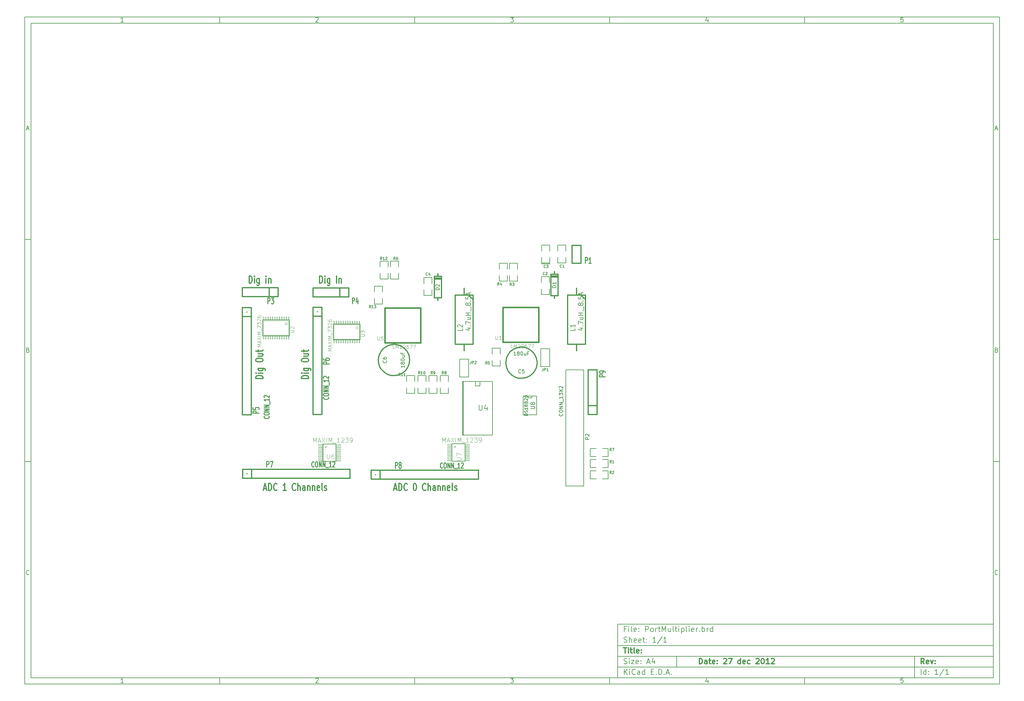
<source format=gto>
G04 (created by PCBNEW-RS274X (2012-apr-16-27)-stable) date Thu 27 Dec 2012 11:36:06 GMT*
G01*
G70*
G90*
%MOIN*%
G04 Gerber Fmt 3.4, Leading zero omitted, Abs format*
%FSLAX34Y34*%
G04 APERTURE LIST*
%ADD10C,0.006000*%
%ADD11C,0.012000*%
%ADD12C,0.015000*%
%ADD13C,0.005000*%
%ADD14C,0.008000*%
%ADD15C,0.002600*%
%ADD16C,0.002000*%
%ADD17C,0.003000*%
%ADD18C,0.000100*%
%ADD19C,0.003500*%
%ADD20C,0.010700*%
%ADD21C,0.010000*%
G04 APERTURE END LIST*
G54D10*
X04000Y-04000D02*
X113000Y-04000D01*
X113000Y-78670D01*
X04000Y-78670D01*
X04000Y-04000D01*
X04700Y-04700D02*
X112300Y-04700D01*
X112300Y-77970D01*
X04700Y-77970D01*
X04700Y-04700D01*
X25800Y-04000D02*
X25800Y-04700D01*
X15043Y-04552D02*
X14757Y-04552D01*
X14900Y-04552D02*
X14900Y-04052D01*
X14852Y-04124D01*
X14805Y-04171D01*
X14757Y-04195D01*
X25800Y-78670D02*
X25800Y-77970D01*
X15043Y-78522D02*
X14757Y-78522D01*
X14900Y-78522D02*
X14900Y-78022D01*
X14852Y-78094D01*
X14805Y-78141D01*
X14757Y-78165D01*
X47600Y-04000D02*
X47600Y-04700D01*
X36557Y-04100D02*
X36581Y-04076D01*
X36629Y-04052D01*
X36748Y-04052D01*
X36795Y-04076D01*
X36819Y-04100D01*
X36843Y-04148D01*
X36843Y-04195D01*
X36819Y-04267D01*
X36533Y-04552D01*
X36843Y-04552D01*
X47600Y-78670D02*
X47600Y-77970D01*
X36557Y-78070D02*
X36581Y-78046D01*
X36629Y-78022D01*
X36748Y-78022D01*
X36795Y-78046D01*
X36819Y-78070D01*
X36843Y-78118D01*
X36843Y-78165D01*
X36819Y-78237D01*
X36533Y-78522D01*
X36843Y-78522D01*
X69400Y-04000D02*
X69400Y-04700D01*
X58333Y-04052D02*
X58643Y-04052D01*
X58476Y-04243D01*
X58548Y-04243D01*
X58595Y-04267D01*
X58619Y-04290D01*
X58643Y-04338D01*
X58643Y-04457D01*
X58619Y-04505D01*
X58595Y-04529D01*
X58548Y-04552D01*
X58405Y-04552D01*
X58357Y-04529D01*
X58333Y-04505D01*
X69400Y-78670D02*
X69400Y-77970D01*
X58333Y-78022D02*
X58643Y-78022D01*
X58476Y-78213D01*
X58548Y-78213D01*
X58595Y-78237D01*
X58619Y-78260D01*
X58643Y-78308D01*
X58643Y-78427D01*
X58619Y-78475D01*
X58595Y-78499D01*
X58548Y-78522D01*
X58405Y-78522D01*
X58357Y-78499D01*
X58333Y-78475D01*
X91200Y-04000D02*
X91200Y-04700D01*
X80395Y-04219D02*
X80395Y-04552D01*
X80276Y-04029D02*
X80157Y-04386D01*
X80467Y-04386D01*
X91200Y-78670D02*
X91200Y-77970D01*
X80395Y-78189D02*
X80395Y-78522D01*
X80276Y-77999D02*
X80157Y-78356D01*
X80467Y-78356D01*
X102219Y-04052D02*
X101981Y-04052D01*
X101957Y-04290D01*
X101981Y-04267D01*
X102029Y-04243D01*
X102148Y-04243D01*
X102195Y-04267D01*
X102219Y-04290D01*
X102243Y-04338D01*
X102243Y-04457D01*
X102219Y-04505D01*
X102195Y-04529D01*
X102148Y-04552D01*
X102029Y-04552D01*
X101981Y-04529D01*
X101957Y-04505D01*
X102219Y-78022D02*
X101981Y-78022D01*
X101957Y-78260D01*
X101981Y-78237D01*
X102029Y-78213D01*
X102148Y-78213D01*
X102195Y-78237D01*
X102219Y-78260D01*
X102243Y-78308D01*
X102243Y-78427D01*
X102219Y-78475D01*
X102195Y-78499D01*
X102148Y-78522D01*
X102029Y-78522D01*
X101981Y-78499D01*
X101957Y-78475D01*
X04000Y-28890D02*
X04700Y-28890D01*
X04231Y-16510D02*
X04469Y-16510D01*
X04184Y-16652D02*
X04350Y-16152D01*
X04517Y-16652D01*
X113000Y-28890D02*
X112300Y-28890D01*
X112531Y-16510D02*
X112769Y-16510D01*
X112484Y-16652D02*
X112650Y-16152D01*
X112817Y-16652D01*
X04000Y-53780D02*
X04700Y-53780D01*
X04386Y-41280D02*
X04457Y-41304D01*
X04481Y-41328D01*
X04505Y-41376D01*
X04505Y-41447D01*
X04481Y-41495D01*
X04457Y-41519D01*
X04410Y-41542D01*
X04219Y-41542D01*
X04219Y-41042D01*
X04386Y-41042D01*
X04433Y-41066D01*
X04457Y-41090D01*
X04481Y-41138D01*
X04481Y-41185D01*
X04457Y-41233D01*
X04433Y-41257D01*
X04386Y-41280D01*
X04219Y-41280D01*
X113000Y-53780D02*
X112300Y-53780D01*
X112686Y-41280D02*
X112757Y-41304D01*
X112781Y-41328D01*
X112805Y-41376D01*
X112805Y-41447D01*
X112781Y-41495D01*
X112757Y-41519D01*
X112710Y-41542D01*
X112519Y-41542D01*
X112519Y-41042D01*
X112686Y-41042D01*
X112733Y-41066D01*
X112757Y-41090D01*
X112781Y-41138D01*
X112781Y-41185D01*
X112757Y-41233D01*
X112733Y-41257D01*
X112686Y-41280D01*
X112519Y-41280D01*
X04505Y-66385D02*
X04481Y-66409D01*
X04410Y-66432D01*
X04362Y-66432D01*
X04290Y-66409D01*
X04243Y-66361D01*
X04219Y-66313D01*
X04195Y-66218D01*
X04195Y-66147D01*
X04219Y-66051D01*
X04243Y-66004D01*
X04290Y-65956D01*
X04362Y-65932D01*
X04410Y-65932D01*
X04481Y-65956D01*
X04505Y-65980D01*
X112805Y-66385D02*
X112781Y-66409D01*
X112710Y-66432D01*
X112662Y-66432D01*
X112590Y-66409D01*
X112543Y-66361D01*
X112519Y-66313D01*
X112495Y-66218D01*
X112495Y-66147D01*
X112519Y-66051D01*
X112543Y-66004D01*
X112590Y-65956D01*
X112662Y-65932D01*
X112710Y-65932D01*
X112781Y-65956D01*
X112805Y-65980D01*
G54D11*
X79443Y-76413D02*
X79443Y-75813D01*
X79586Y-75813D01*
X79671Y-75841D01*
X79729Y-75899D01*
X79757Y-75956D01*
X79786Y-76070D01*
X79786Y-76156D01*
X79757Y-76270D01*
X79729Y-76327D01*
X79671Y-76384D01*
X79586Y-76413D01*
X79443Y-76413D01*
X80300Y-76413D02*
X80300Y-76099D01*
X80271Y-76041D01*
X80214Y-76013D01*
X80100Y-76013D01*
X80043Y-76041D01*
X80300Y-76384D02*
X80243Y-76413D01*
X80100Y-76413D01*
X80043Y-76384D01*
X80014Y-76327D01*
X80014Y-76270D01*
X80043Y-76213D01*
X80100Y-76184D01*
X80243Y-76184D01*
X80300Y-76156D01*
X80500Y-76013D02*
X80729Y-76013D01*
X80586Y-75813D02*
X80586Y-76327D01*
X80614Y-76384D01*
X80672Y-76413D01*
X80729Y-76413D01*
X81157Y-76384D02*
X81100Y-76413D01*
X80986Y-76413D01*
X80929Y-76384D01*
X80900Y-76327D01*
X80900Y-76099D01*
X80929Y-76041D01*
X80986Y-76013D01*
X81100Y-76013D01*
X81157Y-76041D01*
X81186Y-76099D01*
X81186Y-76156D01*
X80900Y-76213D01*
X81443Y-76356D02*
X81471Y-76384D01*
X81443Y-76413D01*
X81414Y-76384D01*
X81443Y-76356D01*
X81443Y-76413D01*
X81443Y-76041D02*
X81471Y-76070D01*
X81443Y-76099D01*
X81414Y-76070D01*
X81443Y-76041D01*
X81443Y-76099D01*
X82157Y-75870D02*
X82186Y-75841D01*
X82243Y-75813D01*
X82386Y-75813D01*
X82443Y-75841D01*
X82472Y-75870D01*
X82500Y-75927D01*
X82500Y-75984D01*
X82472Y-76070D01*
X82129Y-76413D01*
X82500Y-76413D01*
X82700Y-75813D02*
X83100Y-75813D01*
X82843Y-76413D01*
X84042Y-76413D02*
X84042Y-75813D01*
X84042Y-76384D02*
X83985Y-76413D01*
X83871Y-76413D01*
X83813Y-76384D01*
X83785Y-76356D01*
X83756Y-76299D01*
X83756Y-76127D01*
X83785Y-76070D01*
X83813Y-76041D01*
X83871Y-76013D01*
X83985Y-76013D01*
X84042Y-76041D01*
X84556Y-76384D02*
X84499Y-76413D01*
X84385Y-76413D01*
X84328Y-76384D01*
X84299Y-76327D01*
X84299Y-76099D01*
X84328Y-76041D01*
X84385Y-76013D01*
X84499Y-76013D01*
X84556Y-76041D01*
X84585Y-76099D01*
X84585Y-76156D01*
X84299Y-76213D01*
X85099Y-76384D02*
X85042Y-76413D01*
X84928Y-76413D01*
X84870Y-76384D01*
X84842Y-76356D01*
X84813Y-76299D01*
X84813Y-76127D01*
X84842Y-76070D01*
X84870Y-76041D01*
X84928Y-76013D01*
X85042Y-76013D01*
X85099Y-76041D01*
X85784Y-75870D02*
X85813Y-75841D01*
X85870Y-75813D01*
X86013Y-75813D01*
X86070Y-75841D01*
X86099Y-75870D01*
X86127Y-75927D01*
X86127Y-75984D01*
X86099Y-76070D01*
X85756Y-76413D01*
X86127Y-76413D01*
X86498Y-75813D02*
X86555Y-75813D01*
X86612Y-75841D01*
X86641Y-75870D01*
X86670Y-75927D01*
X86698Y-76041D01*
X86698Y-76184D01*
X86670Y-76299D01*
X86641Y-76356D01*
X86612Y-76384D01*
X86555Y-76413D01*
X86498Y-76413D01*
X86441Y-76384D01*
X86412Y-76356D01*
X86384Y-76299D01*
X86355Y-76184D01*
X86355Y-76041D01*
X86384Y-75927D01*
X86412Y-75870D01*
X86441Y-75841D01*
X86498Y-75813D01*
X87269Y-76413D02*
X86926Y-76413D01*
X87098Y-76413D02*
X87098Y-75813D01*
X87041Y-75899D01*
X86983Y-75956D01*
X86926Y-75984D01*
X87497Y-75870D02*
X87526Y-75841D01*
X87583Y-75813D01*
X87726Y-75813D01*
X87783Y-75841D01*
X87812Y-75870D01*
X87840Y-75927D01*
X87840Y-75984D01*
X87812Y-76070D01*
X87469Y-76413D01*
X87840Y-76413D01*
G54D10*
X71043Y-77613D02*
X71043Y-77013D01*
X71386Y-77613D02*
X71129Y-77270D01*
X71386Y-77013D02*
X71043Y-77356D01*
X71643Y-77613D02*
X71643Y-77213D01*
X71643Y-77013D02*
X71614Y-77041D01*
X71643Y-77070D01*
X71671Y-77041D01*
X71643Y-77013D01*
X71643Y-77070D01*
X72272Y-77556D02*
X72243Y-77584D01*
X72157Y-77613D01*
X72100Y-77613D01*
X72015Y-77584D01*
X71957Y-77527D01*
X71929Y-77470D01*
X71900Y-77356D01*
X71900Y-77270D01*
X71929Y-77156D01*
X71957Y-77099D01*
X72015Y-77041D01*
X72100Y-77013D01*
X72157Y-77013D01*
X72243Y-77041D01*
X72272Y-77070D01*
X72786Y-77613D02*
X72786Y-77299D01*
X72757Y-77241D01*
X72700Y-77213D01*
X72586Y-77213D01*
X72529Y-77241D01*
X72786Y-77584D02*
X72729Y-77613D01*
X72586Y-77613D01*
X72529Y-77584D01*
X72500Y-77527D01*
X72500Y-77470D01*
X72529Y-77413D01*
X72586Y-77384D01*
X72729Y-77384D01*
X72786Y-77356D01*
X73329Y-77613D02*
X73329Y-77013D01*
X73329Y-77584D02*
X73272Y-77613D01*
X73158Y-77613D01*
X73100Y-77584D01*
X73072Y-77556D01*
X73043Y-77499D01*
X73043Y-77327D01*
X73072Y-77270D01*
X73100Y-77241D01*
X73158Y-77213D01*
X73272Y-77213D01*
X73329Y-77241D01*
X74072Y-77299D02*
X74272Y-77299D01*
X74358Y-77613D02*
X74072Y-77613D01*
X74072Y-77013D01*
X74358Y-77013D01*
X74615Y-77556D02*
X74643Y-77584D01*
X74615Y-77613D01*
X74586Y-77584D01*
X74615Y-77556D01*
X74615Y-77613D01*
X74901Y-77613D02*
X74901Y-77013D01*
X75044Y-77013D01*
X75129Y-77041D01*
X75187Y-77099D01*
X75215Y-77156D01*
X75244Y-77270D01*
X75244Y-77356D01*
X75215Y-77470D01*
X75187Y-77527D01*
X75129Y-77584D01*
X75044Y-77613D01*
X74901Y-77613D01*
X75501Y-77556D02*
X75529Y-77584D01*
X75501Y-77613D01*
X75472Y-77584D01*
X75501Y-77556D01*
X75501Y-77613D01*
X75758Y-77441D02*
X76044Y-77441D01*
X75701Y-77613D02*
X75901Y-77013D01*
X76101Y-77613D01*
X76301Y-77556D02*
X76329Y-77584D01*
X76301Y-77613D01*
X76272Y-77584D01*
X76301Y-77556D01*
X76301Y-77613D01*
G54D11*
X104586Y-76413D02*
X104386Y-76127D01*
X104243Y-76413D02*
X104243Y-75813D01*
X104471Y-75813D01*
X104529Y-75841D01*
X104557Y-75870D01*
X104586Y-75927D01*
X104586Y-76013D01*
X104557Y-76070D01*
X104529Y-76099D01*
X104471Y-76127D01*
X104243Y-76127D01*
X105071Y-76384D02*
X105014Y-76413D01*
X104900Y-76413D01*
X104843Y-76384D01*
X104814Y-76327D01*
X104814Y-76099D01*
X104843Y-76041D01*
X104900Y-76013D01*
X105014Y-76013D01*
X105071Y-76041D01*
X105100Y-76099D01*
X105100Y-76156D01*
X104814Y-76213D01*
X105300Y-76013D02*
X105443Y-76413D01*
X105585Y-76013D01*
X105814Y-76356D02*
X105842Y-76384D01*
X105814Y-76413D01*
X105785Y-76384D01*
X105814Y-76356D01*
X105814Y-76413D01*
X105814Y-76041D02*
X105842Y-76070D01*
X105814Y-76099D01*
X105785Y-76070D01*
X105814Y-76041D01*
X105814Y-76099D01*
G54D10*
X71014Y-76384D02*
X71100Y-76413D01*
X71243Y-76413D01*
X71300Y-76384D01*
X71329Y-76356D01*
X71357Y-76299D01*
X71357Y-76241D01*
X71329Y-76184D01*
X71300Y-76156D01*
X71243Y-76127D01*
X71129Y-76099D01*
X71071Y-76070D01*
X71043Y-76041D01*
X71014Y-75984D01*
X71014Y-75927D01*
X71043Y-75870D01*
X71071Y-75841D01*
X71129Y-75813D01*
X71271Y-75813D01*
X71357Y-75841D01*
X71614Y-76413D02*
X71614Y-76013D01*
X71614Y-75813D02*
X71585Y-75841D01*
X71614Y-75870D01*
X71642Y-75841D01*
X71614Y-75813D01*
X71614Y-75870D01*
X71843Y-76013D02*
X72157Y-76013D01*
X71843Y-76413D01*
X72157Y-76413D01*
X72614Y-76384D02*
X72557Y-76413D01*
X72443Y-76413D01*
X72386Y-76384D01*
X72357Y-76327D01*
X72357Y-76099D01*
X72386Y-76041D01*
X72443Y-76013D01*
X72557Y-76013D01*
X72614Y-76041D01*
X72643Y-76099D01*
X72643Y-76156D01*
X72357Y-76213D01*
X72900Y-76356D02*
X72928Y-76384D01*
X72900Y-76413D01*
X72871Y-76384D01*
X72900Y-76356D01*
X72900Y-76413D01*
X72900Y-76041D02*
X72928Y-76070D01*
X72900Y-76099D01*
X72871Y-76070D01*
X72900Y-76041D01*
X72900Y-76099D01*
X73614Y-76241D02*
X73900Y-76241D01*
X73557Y-76413D02*
X73757Y-75813D01*
X73957Y-76413D01*
X74414Y-76013D02*
X74414Y-76413D01*
X74271Y-75784D02*
X74128Y-76213D01*
X74500Y-76213D01*
X104243Y-77613D02*
X104243Y-77013D01*
X104786Y-77613D02*
X104786Y-77013D01*
X104786Y-77584D02*
X104729Y-77613D01*
X104615Y-77613D01*
X104557Y-77584D01*
X104529Y-77556D01*
X104500Y-77499D01*
X104500Y-77327D01*
X104529Y-77270D01*
X104557Y-77241D01*
X104615Y-77213D01*
X104729Y-77213D01*
X104786Y-77241D01*
X105072Y-77556D02*
X105100Y-77584D01*
X105072Y-77613D01*
X105043Y-77584D01*
X105072Y-77556D01*
X105072Y-77613D01*
X105072Y-77241D02*
X105100Y-77270D01*
X105072Y-77299D01*
X105043Y-77270D01*
X105072Y-77241D01*
X105072Y-77299D01*
X106129Y-77613D02*
X105786Y-77613D01*
X105958Y-77613D02*
X105958Y-77013D01*
X105901Y-77099D01*
X105843Y-77156D01*
X105786Y-77184D01*
X106814Y-76984D02*
X106300Y-77756D01*
X107329Y-77613D02*
X106986Y-77613D01*
X107158Y-77613D02*
X107158Y-77013D01*
X107101Y-77099D01*
X107043Y-77156D01*
X106986Y-77184D01*
G54D11*
X70957Y-74613D02*
X71300Y-74613D01*
X71129Y-75213D02*
X71129Y-74613D01*
X71500Y-75213D02*
X71500Y-74813D01*
X71500Y-74613D02*
X71471Y-74641D01*
X71500Y-74670D01*
X71528Y-74641D01*
X71500Y-74613D01*
X71500Y-74670D01*
X71700Y-74813D02*
X71929Y-74813D01*
X71786Y-74613D02*
X71786Y-75127D01*
X71814Y-75184D01*
X71872Y-75213D01*
X71929Y-75213D01*
X72215Y-75213D02*
X72157Y-75184D01*
X72129Y-75127D01*
X72129Y-74613D01*
X72671Y-75184D02*
X72614Y-75213D01*
X72500Y-75213D01*
X72443Y-75184D01*
X72414Y-75127D01*
X72414Y-74899D01*
X72443Y-74841D01*
X72500Y-74813D01*
X72614Y-74813D01*
X72671Y-74841D01*
X72700Y-74899D01*
X72700Y-74956D01*
X72414Y-75013D01*
X72957Y-75156D02*
X72985Y-75184D01*
X72957Y-75213D01*
X72928Y-75184D01*
X72957Y-75156D01*
X72957Y-75213D01*
X72957Y-74841D02*
X72985Y-74870D01*
X72957Y-74899D01*
X72928Y-74870D01*
X72957Y-74841D01*
X72957Y-74899D01*
G54D10*
X71243Y-72499D02*
X71043Y-72499D01*
X71043Y-72813D02*
X71043Y-72213D01*
X71329Y-72213D01*
X71557Y-72813D02*
X71557Y-72413D01*
X71557Y-72213D02*
X71528Y-72241D01*
X71557Y-72270D01*
X71585Y-72241D01*
X71557Y-72213D01*
X71557Y-72270D01*
X71929Y-72813D02*
X71871Y-72784D01*
X71843Y-72727D01*
X71843Y-72213D01*
X72385Y-72784D02*
X72328Y-72813D01*
X72214Y-72813D01*
X72157Y-72784D01*
X72128Y-72727D01*
X72128Y-72499D01*
X72157Y-72441D01*
X72214Y-72413D01*
X72328Y-72413D01*
X72385Y-72441D01*
X72414Y-72499D01*
X72414Y-72556D01*
X72128Y-72613D01*
X72671Y-72756D02*
X72699Y-72784D01*
X72671Y-72813D01*
X72642Y-72784D01*
X72671Y-72756D01*
X72671Y-72813D01*
X72671Y-72441D02*
X72699Y-72470D01*
X72671Y-72499D01*
X72642Y-72470D01*
X72671Y-72441D01*
X72671Y-72499D01*
X73414Y-72813D02*
X73414Y-72213D01*
X73642Y-72213D01*
X73700Y-72241D01*
X73728Y-72270D01*
X73757Y-72327D01*
X73757Y-72413D01*
X73728Y-72470D01*
X73700Y-72499D01*
X73642Y-72527D01*
X73414Y-72527D01*
X74100Y-72813D02*
X74042Y-72784D01*
X74014Y-72756D01*
X73985Y-72699D01*
X73985Y-72527D01*
X74014Y-72470D01*
X74042Y-72441D01*
X74100Y-72413D01*
X74185Y-72413D01*
X74242Y-72441D01*
X74271Y-72470D01*
X74300Y-72527D01*
X74300Y-72699D01*
X74271Y-72756D01*
X74242Y-72784D01*
X74185Y-72813D01*
X74100Y-72813D01*
X74557Y-72813D02*
X74557Y-72413D01*
X74557Y-72527D02*
X74585Y-72470D01*
X74614Y-72441D01*
X74671Y-72413D01*
X74728Y-72413D01*
X74842Y-72413D02*
X75071Y-72413D01*
X74928Y-72213D02*
X74928Y-72727D01*
X74956Y-72784D01*
X75014Y-72813D01*
X75071Y-72813D01*
X75271Y-72813D02*
X75271Y-72213D01*
X75471Y-72641D01*
X75671Y-72213D01*
X75671Y-72813D01*
X76214Y-72413D02*
X76214Y-72813D01*
X75957Y-72413D02*
X75957Y-72727D01*
X75985Y-72784D01*
X76043Y-72813D01*
X76128Y-72813D01*
X76185Y-72784D01*
X76214Y-72756D01*
X76586Y-72813D02*
X76528Y-72784D01*
X76500Y-72727D01*
X76500Y-72213D01*
X76728Y-72413D02*
X76957Y-72413D01*
X76814Y-72213D02*
X76814Y-72727D01*
X76842Y-72784D01*
X76900Y-72813D01*
X76957Y-72813D01*
X77157Y-72813D02*
X77157Y-72413D01*
X77157Y-72213D02*
X77128Y-72241D01*
X77157Y-72270D01*
X77185Y-72241D01*
X77157Y-72213D01*
X77157Y-72270D01*
X77443Y-72413D02*
X77443Y-73013D01*
X77443Y-72441D02*
X77500Y-72413D01*
X77614Y-72413D01*
X77671Y-72441D01*
X77700Y-72470D01*
X77729Y-72527D01*
X77729Y-72699D01*
X77700Y-72756D01*
X77671Y-72784D01*
X77614Y-72813D01*
X77500Y-72813D01*
X77443Y-72784D01*
X78072Y-72813D02*
X78014Y-72784D01*
X77986Y-72727D01*
X77986Y-72213D01*
X78300Y-72813D02*
X78300Y-72413D01*
X78300Y-72213D02*
X78271Y-72241D01*
X78300Y-72270D01*
X78328Y-72241D01*
X78300Y-72213D01*
X78300Y-72270D01*
X78814Y-72784D02*
X78757Y-72813D01*
X78643Y-72813D01*
X78586Y-72784D01*
X78557Y-72727D01*
X78557Y-72499D01*
X78586Y-72441D01*
X78643Y-72413D01*
X78757Y-72413D01*
X78814Y-72441D01*
X78843Y-72499D01*
X78843Y-72556D01*
X78557Y-72613D01*
X79100Y-72813D02*
X79100Y-72413D01*
X79100Y-72527D02*
X79128Y-72470D01*
X79157Y-72441D01*
X79214Y-72413D01*
X79271Y-72413D01*
X79471Y-72756D02*
X79499Y-72784D01*
X79471Y-72813D01*
X79442Y-72784D01*
X79471Y-72756D01*
X79471Y-72813D01*
X79757Y-72813D02*
X79757Y-72213D01*
X79757Y-72441D02*
X79814Y-72413D01*
X79928Y-72413D01*
X79985Y-72441D01*
X80014Y-72470D01*
X80043Y-72527D01*
X80043Y-72699D01*
X80014Y-72756D01*
X79985Y-72784D01*
X79928Y-72813D01*
X79814Y-72813D01*
X79757Y-72784D01*
X80300Y-72813D02*
X80300Y-72413D01*
X80300Y-72527D02*
X80328Y-72470D01*
X80357Y-72441D01*
X80414Y-72413D01*
X80471Y-72413D01*
X80928Y-72813D02*
X80928Y-72213D01*
X80928Y-72784D02*
X80871Y-72813D01*
X80757Y-72813D01*
X80699Y-72784D01*
X80671Y-72756D01*
X80642Y-72699D01*
X80642Y-72527D01*
X80671Y-72470D01*
X80699Y-72441D01*
X80757Y-72413D01*
X80871Y-72413D01*
X80928Y-72441D01*
X71014Y-73984D02*
X71100Y-74013D01*
X71243Y-74013D01*
X71300Y-73984D01*
X71329Y-73956D01*
X71357Y-73899D01*
X71357Y-73841D01*
X71329Y-73784D01*
X71300Y-73756D01*
X71243Y-73727D01*
X71129Y-73699D01*
X71071Y-73670D01*
X71043Y-73641D01*
X71014Y-73584D01*
X71014Y-73527D01*
X71043Y-73470D01*
X71071Y-73441D01*
X71129Y-73413D01*
X71271Y-73413D01*
X71357Y-73441D01*
X71614Y-74013D02*
X71614Y-73413D01*
X71871Y-74013D02*
X71871Y-73699D01*
X71842Y-73641D01*
X71785Y-73613D01*
X71700Y-73613D01*
X71642Y-73641D01*
X71614Y-73670D01*
X72385Y-73984D02*
X72328Y-74013D01*
X72214Y-74013D01*
X72157Y-73984D01*
X72128Y-73927D01*
X72128Y-73699D01*
X72157Y-73641D01*
X72214Y-73613D01*
X72328Y-73613D01*
X72385Y-73641D01*
X72414Y-73699D01*
X72414Y-73756D01*
X72128Y-73813D01*
X72899Y-73984D02*
X72842Y-74013D01*
X72728Y-74013D01*
X72671Y-73984D01*
X72642Y-73927D01*
X72642Y-73699D01*
X72671Y-73641D01*
X72728Y-73613D01*
X72842Y-73613D01*
X72899Y-73641D01*
X72928Y-73699D01*
X72928Y-73756D01*
X72642Y-73813D01*
X73099Y-73613D02*
X73328Y-73613D01*
X73185Y-73413D02*
X73185Y-73927D01*
X73213Y-73984D01*
X73271Y-74013D01*
X73328Y-74013D01*
X73528Y-73956D02*
X73556Y-73984D01*
X73528Y-74013D01*
X73499Y-73984D01*
X73528Y-73956D01*
X73528Y-74013D01*
X73528Y-73641D02*
X73556Y-73670D01*
X73528Y-73699D01*
X73499Y-73670D01*
X73528Y-73641D01*
X73528Y-73699D01*
X74585Y-74013D02*
X74242Y-74013D01*
X74414Y-74013D02*
X74414Y-73413D01*
X74357Y-73499D01*
X74299Y-73556D01*
X74242Y-73584D01*
X75270Y-73384D02*
X74756Y-74156D01*
X75785Y-74013D02*
X75442Y-74013D01*
X75614Y-74013D02*
X75614Y-73413D01*
X75557Y-73499D01*
X75499Y-73556D01*
X75442Y-73584D01*
X70300Y-71970D02*
X70300Y-77970D01*
X70300Y-71970D02*
X112300Y-71970D01*
X70300Y-71970D02*
X112300Y-71970D01*
X70300Y-74370D02*
X112300Y-74370D01*
X103500Y-75570D02*
X103500Y-77970D01*
X70300Y-76770D02*
X112300Y-76770D01*
X70300Y-75570D02*
X112300Y-75570D01*
X76900Y-75570D02*
X76900Y-76770D01*
G54D11*
X30639Y-44470D02*
X29839Y-44470D01*
X29839Y-44327D01*
X29877Y-44242D01*
X29953Y-44184D01*
X30029Y-44156D01*
X30182Y-44127D01*
X30296Y-44127D01*
X30448Y-44156D01*
X30525Y-44184D01*
X30601Y-44242D01*
X30639Y-44327D01*
X30639Y-44470D01*
X30639Y-43870D02*
X30105Y-43870D01*
X29839Y-43870D02*
X29877Y-43899D01*
X29915Y-43870D01*
X29877Y-43842D01*
X29839Y-43870D01*
X29915Y-43870D01*
X30105Y-43327D02*
X30753Y-43327D01*
X30829Y-43356D01*
X30867Y-43384D01*
X30905Y-43441D01*
X30905Y-43527D01*
X30867Y-43584D01*
X30601Y-43327D02*
X30639Y-43384D01*
X30639Y-43498D01*
X30601Y-43556D01*
X30563Y-43584D01*
X30486Y-43613D01*
X30258Y-43613D01*
X30182Y-43584D01*
X30144Y-43556D01*
X30105Y-43498D01*
X30105Y-43384D01*
X30144Y-43327D01*
X29839Y-42470D02*
X29839Y-42356D01*
X29877Y-42298D01*
X29953Y-42241D01*
X30105Y-42213D01*
X30372Y-42213D01*
X30525Y-42241D01*
X30601Y-42298D01*
X30639Y-42356D01*
X30639Y-42470D01*
X30601Y-42527D01*
X30525Y-42584D01*
X30372Y-42613D01*
X30105Y-42613D01*
X29953Y-42584D01*
X29877Y-42527D01*
X29839Y-42470D01*
X30105Y-41698D02*
X30639Y-41698D01*
X30105Y-41955D02*
X30525Y-41955D01*
X30601Y-41927D01*
X30639Y-41869D01*
X30639Y-41784D01*
X30601Y-41727D01*
X30563Y-41698D01*
X30105Y-41498D02*
X30105Y-41269D01*
X29839Y-41412D02*
X30525Y-41412D01*
X30601Y-41384D01*
X30639Y-41326D01*
X30639Y-41269D01*
X35757Y-44470D02*
X34957Y-44470D01*
X34957Y-44327D01*
X34995Y-44242D01*
X35071Y-44184D01*
X35147Y-44156D01*
X35300Y-44127D01*
X35414Y-44127D01*
X35566Y-44156D01*
X35643Y-44184D01*
X35719Y-44242D01*
X35757Y-44327D01*
X35757Y-44470D01*
X35757Y-43870D02*
X35223Y-43870D01*
X34957Y-43870D02*
X34995Y-43899D01*
X35033Y-43870D01*
X34995Y-43842D01*
X34957Y-43870D01*
X35033Y-43870D01*
X35223Y-43327D02*
X35871Y-43327D01*
X35947Y-43356D01*
X35985Y-43384D01*
X36023Y-43441D01*
X36023Y-43527D01*
X35985Y-43584D01*
X35719Y-43327D02*
X35757Y-43384D01*
X35757Y-43498D01*
X35719Y-43556D01*
X35681Y-43584D01*
X35604Y-43613D01*
X35376Y-43613D01*
X35300Y-43584D01*
X35262Y-43556D01*
X35223Y-43498D01*
X35223Y-43384D01*
X35262Y-43327D01*
X34957Y-42470D02*
X34957Y-42356D01*
X34995Y-42298D01*
X35071Y-42241D01*
X35223Y-42213D01*
X35490Y-42213D01*
X35643Y-42241D01*
X35719Y-42298D01*
X35757Y-42356D01*
X35757Y-42470D01*
X35719Y-42527D01*
X35643Y-42584D01*
X35490Y-42613D01*
X35223Y-42613D01*
X35071Y-42584D01*
X34995Y-42527D01*
X34957Y-42470D01*
X35223Y-41698D02*
X35757Y-41698D01*
X35223Y-41955D02*
X35643Y-41955D01*
X35719Y-41927D01*
X35757Y-41869D01*
X35757Y-41784D01*
X35719Y-41727D01*
X35681Y-41698D01*
X35223Y-41498D02*
X35223Y-41269D01*
X34957Y-41412D02*
X35643Y-41412D01*
X35719Y-41384D01*
X35757Y-41326D01*
X35757Y-41269D01*
X36975Y-33789D02*
X36975Y-32989D01*
X37118Y-32989D01*
X37203Y-33027D01*
X37261Y-33103D01*
X37289Y-33179D01*
X37318Y-33332D01*
X37318Y-33446D01*
X37289Y-33598D01*
X37261Y-33675D01*
X37203Y-33751D01*
X37118Y-33789D01*
X36975Y-33789D01*
X37575Y-33789D02*
X37575Y-33255D01*
X37575Y-32989D02*
X37546Y-33027D01*
X37575Y-33065D01*
X37603Y-33027D01*
X37575Y-32989D01*
X37575Y-33065D01*
X38118Y-33255D02*
X38118Y-33903D01*
X38089Y-33979D01*
X38061Y-34017D01*
X38004Y-34055D01*
X37918Y-34055D01*
X37861Y-34017D01*
X38118Y-33751D02*
X38061Y-33789D01*
X37947Y-33789D01*
X37889Y-33751D01*
X37861Y-33713D01*
X37832Y-33636D01*
X37832Y-33408D01*
X37861Y-33332D01*
X37889Y-33294D01*
X37947Y-33255D01*
X38061Y-33255D01*
X38118Y-33294D01*
X38861Y-33789D02*
X38861Y-32989D01*
X39147Y-33255D02*
X39147Y-33789D01*
X39147Y-33332D02*
X39175Y-33294D01*
X39233Y-33255D01*
X39318Y-33255D01*
X39375Y-33294D01*
X39404Y-33370D01*
X39404Y-33789D01*
X29101Y-33789D02*
X29101Y-32989D01*
X29244Y-32989D01*
X29329Y-33027D01*
X29387Y-33103D01*
X29415Y-33179D01*
X29444Y-33332D01*
X29444Y-33446D01*
X29415Y-33598D01*
X29387Y-33675D01*
X29329Y-33751D01*
X29244Y-33789D01*
X29101Y-33789D01*
X29701Y-33789D02*
X29701Y-33255D01*
X29701Y-32989D02*
X29672Y-33027D01*
X29701Y-33065D01*
X29729Y-33027D01*
X29701Y-32989D01*
X29701Y-33065D01*
X30244Y-33255D02*
X30244Y-33903D01*
X30215Y-33979D01*
X30187Y-34017D01*
X30130Y-34055D01*
X30044Y-34055D01*
X29987Y-34017D01*
X30244Y-33751D02*
X30187Y-33789D01*
X30073Y-33789D01*
X30015Y-33751D01*
X29987Y-33713D01*
X29958Y-33636D01*
X29958Y-33408D01*
X29987Y-33332D01*
X30015Y-33294D01*
X30073Y-33255D01*
X30187Y-33255D01*
X30244Y-33294D01*
X30987Y-33789D02*
X30987Y-33255D01*
X30987Y-32989D02*
X30958Y-33027D01*
X30987Y-33065D01*
X31015Y-33027D01*
X30987Y-32989D01*
X30987Y-33065D01*
X31273Y-33255D02*
X31273Y-33789D01*
X31273Y-33332D02*
X31301Y-33294D01*
X31359Y-33255D01*
X31444Y-33255D01*
X31501Y-33294D01*
X31530Y-33370D01*
X31530Y-33789D01*
X45291Y-56788D02*
X45577Y-56788D01*
X45234Y-57017D02*
X45434Y-56217D01*
X45634Y-57017D01*
X45834Y-57017D02*
X45834Y-56217D01*
X45977Y-56217D01*
X46062Y-56255D01*
X46120Y-56331D01*
X46148Y-56407D01*
X46177Y-56560D01*
X46177Y-56674D01*
X46148Y-56826D01*
X46120Y-56903D01*
X46062Y-56979D01*
X45977Y-57017D01*
X45834Y-57017D01*
X46777Y-56941D02*
X46748Y-56979D01*
X46662Y-57017D01*
X46605Y-57017D01*
X46520Y-56979D01*
X46462Y-56903D01*
X46434Y-56826D01*
X46405Y-56674D01*
X46405Y-56560D01*
X46434Y-56407D01*
X46462Y-56331D01*
X46520Y-56255D01*
X46605Y-56217D01*
X46662Y-56217D01*
X46748Y-56255D01*
X46777Y-56293D01*
X47605Y-56217D02*
X47662Y-56217D01*
X47719Y-56255D01*
X47748Y-56293D01*
X47777Y-56369D01*
X47805Y-56522D01*
X47805Y-56712D01*
X47777Y-56864D01*
X47748Y-56941D01*
X47719Y-56979D01*
X47662Y-57017D01*
X47605Y-57017D01*
X47548Y-56979D01*
X47519Y-56941D01*
X47491Y-56864D01*
X47462Y-56712D01*
X47462Y-56522D01*
X47491Y-56369D01*
X47519Y-56293D01*
X47548Y-56255D01*
X47605Y-56217D01*
X48862Y-56941D02*
X48833Y-56979D01*
X48747Y-57017D01*
X48690Y-57017D01*
X48605Y-56979D01*
X48547Y-56903D01*
X48519Y-56826D01*
X48490Y-56674D01*
X48490Y-56560D01*
X48519Y-56407D01*
X48547Y-56331D01*
X48605Y-56255D01*
X48690Y-56217D01*
X48747Y-56217D01*
X48833Y-56255D01*
X48862Y-56293D01*
X49119Y-57017D02*
X49119Y-56217D01*
X49376Y-57017D02*
X49376Y-56598D01*
X49347Y-56522D01*
X49290Y-56483D01*
X49205Y-56483D01*
X49147Y-56522D01*
X49119Y-56560D01*
X49919Y-57017D02*
X49919Y-56598D01*
X49890Y-56522D01*
X49833Y-56483D01*
X49719Y-56483D01*
X49662Y-56522D01*
X49919Y-56979D02*
X49862Y-57017D01*
X49719Y-57017D01*
X49662Y-56979D01*
X49633Y-56903D01*
X49633Y-56826D01*
X49662Y-56750D01*
X49719Y-56712D01*
X49862Y-56712D01*
X49919Y-56674D01*
X50205Y-56483D02*
X50205Y-57017D01*
X50205Y-56560D02*
X50233Y-56522D01*
X50291Y-56483D01*
X50376Y-56483D01*
X50433Y-56522D01*
X50462Y-56598D01*
X50462Y-57017D01*
X50748Y-56483D02*
X50748Y-57017D01*
X50748Y-56560D02*
X50776Y-56522D01*
X50834Y-56483D01*
X50919Y-56483D01*
X50976Y-56522D01*
X51005Y-56598D01*
X51005Y-57017D01*
X51519Y-56979D02*
X51462Y-57017D01*
X51348Y-57017D01*
X51291Y-56979D01*
X51262Y-56903D01*
X51262Y-56598D01*
X51291Y-56522D01*
X51348Y-56483D01*
X51462Y-56483D01*
X51519Y-56522D01*
X51548Y-56598D01*
X51548Y-56674D01*
X51262Y-56750D01*
X51891Y-57017D02*
X51833Y-56979D01*
X51805Y-56903D01*
X51805Y-56217D01*
X52090Y-56979D02*
X52147Y-57017D01*
X52262Y-57017D01*
X52319Y-56979D01*
X52347Y-56903D01*
X52347Y-56864D01*
X52319Y-56788D01*
X52262Y-56750D01*
X52176Y-56750D01*
X52119Y-56712D01*
X52090Y-56636D01*
X52090Y-56598D01*
X52119Y-56522D01*
X52176Y-56483D01*
X52262Y-56483D01*
X52319Y-56522D01*
X30724Y-56788D02*
X31010Y-56788D01*
X30667Y-57017D02*
X30867Y-56217D01*
X31067Y-57017D01*
X31267Y-57017D02*
X31267Y-56217D01*
X31410Y-56217D01*
X31495Y-56255D01*
X31553Y-56331D01*
X31581Y-56407D01*
X31610Y-56560D01*
X31610Y-56674D01*
X31581Y-56826D01*
X31553Y-56903D01*
X31495Y-56979D01*
X31410Y-57017D01*
X31267Y-57017D01*
X32210Y-56941D02*
X32181Y-56979D01*
X32095Y-57017D01*
X32038Y-57017D01*
X31953Y-56979D01*
X31895Y-56903D01*
X31867Y-56826D01*
X31838Y-56674D01*
X31838Y-56560D01*
X31867Y-56407D01*
X31895Y-56331D01*
X31953Y-56255D01*
X32038Y-56217D01*
X32095Y-56217D01*
X32181Y-56255D01*
X32210Y-56293D01*
X33238Y-57017D02*
X32895Y-57017D01*
X33067Y-57017D02*
X33067Y-56217D01*
X33010Y-56331D01*
X32952Y-56407D01*
X32895Y-56445D01*
X34295Y-56941D02*
X34266Y-56979D01*
X34180Y-57017D01*
X34123Y-57017D01*
X34038Y-56979D01*
X33980Y-56903D01*
X33952Y-56826D01*
X33923Y-56674D01*
X33923Y-56560D01*
X33952Y-56407D01*
X33980Y-56331D01*
X34038Y-56255D01*
X34123Y-56217D01*
X34180Y-56217D01*
X34266Y-56255D01*
X34295Y-56293D01*
X34552Y-57017D02*
X34552Y-56217D01*
X34809Y-57017D02*
X34809Y-56598D01*
X34780Y-56522D01*
X34723Y-56483D01*
X34638Y-56483D01*
X34580Y-56522D01*
X34552Y-56560D01*
X35352Y-57017D02*
X35352Y-56598D01*
X35323Y-56522D01*
X35266Y-56483D01*
X35152Y-56483D01*
X35095Y-56522D01*
X35352Y-56979D02*
X35295Y-57017D01*
X35152Y-57017D01*
X35095Y-56979D01*
X35066Y-56903D01*
X35066Y-56826D01*
X35095Y-56750D01*
X35152Y-56712D01*
X35295Y-56712D01*
X35352Y-56674D01*
X35638Y-56483D02*
X35638Y-57017D01*
X35638Y-56560D02*
X35666Y-56522D01*
X35724Y-56483D01*
X35809Y-56483D01*
X35866Y-56522D01*
X35895Y-56598D01*
X35895Y-57017D01*
X36181Y-56483D02*
X36181Y-57017D01*
X36181Y-56560D02*
X36209Y-56522D01*
X36267Y-56483D01*
X36352Y-56483D01*
X36409Y-56522D01*
X36438Y-56598D01*
X36438Y-57017D01*
X36952Y-56979D02*
X36895Y-57017D01*
X36781Y-57017D01*
X36724Y-56979D01*
X36695Y-56903D01*
X36695Y-56598D01*
X36724Y-56522D01*
X36781Y-56483D01*
X36895Y-56483D01*
X36952Y-56522D01*
X36981Y-56598D01*
X36981Y-56674D01*
X36695Y-56750D01*
X37324Y-57017D02*
X37266Y-56979D01*
X37238Y-56903D01*
X37238Y-56217D01*
X37523Y-56979D02*
X37580Y-57017D01*
X37695Y-57017D01*
X37752Y-56979D01*
X37780Y-56903D01*
X37780Y-56864D01*
X37752Y-56788D01*
X37695Y-56750D01*
X37609Y-56750D01*
X37552Y-56712D01*
X37523Y-56636D01*
X37523Y-56598D01*
X37552Y-56522D01*
X37609Y-56483D01*
X37695Y-56483D01*
X37752Y-56522D01*
G54D12*
X61486Y-40406D02*
X57470Y-40406D01*
X57470Y-40406D02*
X57470Y-36508D01*
X57470Y-36508D02*
X61486Y-36508D01*
X61486Y-36508D02*
X61486Y-40406D01*
X61368Y-40406D02*
X59557Y-40406D01*
X48286Y-40481D02*
X44270Y-40481D01*
X44270Y-40481D02*
X44270Y-36583D01*
X44270Y-36583D02*
X48286Y-36583D01*
X48286Y-36583D02*
X48286Y-40481D01*
X48168Y-40481D02*
X46357Y-40481D01*
G54D13*
X59800Y-46450D02*
X59750Y-46450D01*
X59750Y-46450D02*
X59750Y-48550D01*
X61250Y-48550D02*
X61250Y-46450D01*
X61250Y-46450D02*
X59800Y-46450D01*
X60700Y-46450D02*
X60700Y-46650D01*
X60700Y-46650D02*
X60300Y-46650D01*
X60300Y-46650D02*
X60300Y-46450D01*
X61250Y-48550D02*
X59750Y-48550D01*
G54D14*
X56315Y-50786D02*
X56315Y-44786D01*
X56315Y-44786D02*
X53015Y-44786D01*
X54915Y-44786D02*
X54915Y-45286D01*
X54915Y-45286D02*
X54415Y-45286D01*
X54415Y-45286D02*
X54415Y-44786D01*
X53015Y-50786D02*
X56315Y-50786D01*
G54D11*
X53015Y-44786D02*
X53015Y-50786D01*
G54D13*
X61825Y-31550D02*
X61825Y-31650D01*
X61825Y-31650D02*
X62725Y-31650D01*
X62725Y-31650D02*
X62725Y-31550D01*
X61825Y-31550D02*
X62725Y-31550D01*
X62725Y-31550D02*
X62725Y-30900D01*
X61825Y-30200D02*
X61825Y-29550D01*
X61825Y-29550D02*
X62725Y-29550D01*
X62725Y-29550D02*
X62725Y-30200D01*
X61825Y-30900D02*
X61825Y-31550D01*
X43125Y-36125D02*
X44025Y-36125D01*
X44025Y-36125D02*
X44025Y-35475D01*
X43125Y-34775D02*
X43125Y-34125D01*
X43125Y-34125D02*
X44025Y-34125D01*
X44025Y-34125D02*
X44025Y-34775D01*
X43125Y-35475D02*
X43125Y-36125D01*
X63600Y-31550D02*
X64500Y-31550D01*
X64500Y-31550D02*
X64500Y-30900D01*
X63600Y-30200D02*
X63600Y-29550D01*
X63600Y-29550D02*
X64500Y-29550D01*
X64500Y-29550D02*
X64500Y-30200D01*
X63600Y-30900D02*
X63600Y-31550D01*
X57075Y-33575D02*
X57975Y-33575D01*
X57975Y-33575D02*
X57975Y-32925D01*
X57075Y-32225D02*
X57075Y-31575D01*
X57075Y-31575D02*
X57975Y-31575D01*
X57975Y-31575D02*
X57975Y-32225D01*
X57075Y-32925D02*
X57075Y-33575D01*
X56275Y-43075D02*
X57175Y-43075D01*
X57175Y-43075D02*
X57175Y-42425D01*
X56275Y-41725D02*
X56275Y-41075D01*
X56275Y-41075D02*
X57175Y-41075D01*
X57175Y-41075D02*
X57175Y-41725D01*
X56275Y-42425D02*
X56275Y-43075D01*
X45800Y-31325D02*
X44900Y-31325D01*
X44900Y-31325D02*
X44900Y-31975D01*
X45800Y-32675D02*
X45800Y-33325D01*
X45800Y-33325D02*
X44900Y-33325D01*
X44900Y-33325D02*
X44900Y-32675D01*
X45800Y-31975D02*
X45800Y-31325D01*
X69250Y-53200D02*
X69250Y-52300D01*
X69250Y-52300D02*
X68600Y-52300D01*
X67900Y-53200D02*
X67250Y-53200D01*
X67250Y-53200D02*
X67250Y-52300D01*
X67250Y-52300D02*
X67900Y-52300D01*
X68600Y-53200D02*
X69250Y-53200D01*
X51373Y-44144D02*
X50473Y-44144D01*
X50473Y-44144D02*
X50473Y-44794D01*
X51373Y-45494D02*
X51373Y-46144D01*
X51373Y-46144D02*
X50473Y-46144D01*
X50473Y-46144D02*
X50473Y-45494D01*
X51373Y-44794D02*
X51373Y-44144D01*
X50123Y-44144D02*
X49223Y-44144D01*
X49223Y-44144D02*
X49223Y-44794D01*
X50123Y-45494D02*
X50123Y-46144D01*
X50123Y-46144D02*
X49223Y-46144D01*
X49223Y-46144D02*
X49223Y-45494D01*
X50123Y-44794D02*
X50123Y-44144D01*
X47973Y-46144D02*
X48873Y-46144D01*
X48873Y-46144D02*
X48873Y-45494D01*
X47973Y-44794D02*
X47973Y-44144D01*
X47973Y-44144D02*
X48873Y-44144D01*
X48873Y-44144D02*
X48873Y-44794D01*
X47973Y-45494D02*
X47973Y-46144D01*
X46723Y-46144D02*
X47623Y-46144D01*
X47623Y-46144D02*
X47623Y-45494D01*
X46723Y-44794D02*
X46723Y-44144D01*
X46723Y-44144D02*
X47623Y-44144D01*
X47623Y-44144D02*
X47623Y-44794D01*
X46723Y-45494D02*
X46723Y-46144D01*
X43750Y-33325D02*
X44650Y-33325D01*
X44650Y-33325D02*
X44650Y-32675D01*
X43750Y-31975D02*
X43750Y-31325D01*
X43750Y-31325D02*
X44650Y-31325D01*
X44650Y-31325D02*
X44650Y-31975D01*
X43750Y-32675D02*
X43750Y-33325D01*
X59125Y-31575D02*
X58225Y-31575D01*
X58225Y-31575D02*
X58225Y-32225D01*
X59125Y-32925D02*
X59125Y-33575D01*
X59125Y-33575D02*
X58225Y-33575D01*
X58225Y-33575D02*
X58225Y-32925D01*
X59125Y-32225D02*
X59125Y-31575D01*
X69250Y-55700D02*
X69250Y-54800D01*
X69250Y-54800D02*
X68600Y-54800D01*
X67900Y-55700D02*
X67250Y-55700D01*
X67250Y-55700D02*
X67250Y-54800D01*
X67250Y-54800D02*
X67900Y-54800D01*
X68600Y-55700D02*
X69250Y-55700D01*
X61775Y-35075D02*
X62675Y-35075D01*
X62675Y-35075D02*
X62675Y-34425D01*
X61775Y-33725D02*
X61775Y-33075D01*
X61775Y-33075D02*
X62675Y-33075D01*
X62675Y-33075D02*
X62675Y-33725D01*
X61775Y-34425D02*
X61775Y-35075D01*
X48650Y-35175D02*
X49550Y-35175D01*
X49550Y-35175D02*
X49550Y-34525D01*
X48650Y-33825D02*
X48650Y-33175D01*
X48650Y-33175D02*
X49550Y-33175D01*
X49550Y-33175D02*
X49550Y-33825D01*
X48650Y-34525D02*
X48650Y-35175D01*
X69250Y-54450D02*
X69250Y-53550D01*
X69250Y-53550D02*
X68600Y-53550D01*
X67900Y-54450D02*
X67250Y-54450D01*
X67250Y-54450D02*
X67250Y-53550D01*
X67250Y-53550D02*
X67900Y-53550D01*
X68600Y-54450D02*
X69250Y-54450D01*
G54D11*
X68000Y-48500D02*
X67000Y-48500D01*
X67000Y-48500D02*
X67000Y-43500D01*
X67000Y-43500D02*
X68000Y-43500D01*
X68000Y-43500D02*
X68000Y-48500D01*
X68000Y-47500D02*
X67000Y-47500D01*
X40250Y-35350D02*
X40250Y-35350D01*
X40250Y-34350D02*
X40250Y-35350D01*
X40250Y-35350D02*
X40250Y-35350D01*
X40250Y-35350D02*
X36250Y-35350D01*
X36250Y-35350D02*
X36250Y-34350D01*
X36250Y-34350D02*
X40250Y-34350D01*
X39250Y-34350D02*
X39250Y-35350D01*
X32350Y-35300D02*
X32350Y-35300D01*
X32350Y-34300D02*
X32350Y-35300D01*
X32350Y-35300D02*
X32350Y-35300D01*
X32350Y-35300D02*
X28350Y-35300D01*
X28350Y-35300D02*
X28350Y-34300D01*
X28350Y-34300D02*
X32350Y-34300D01*
X31350Y-34300D02*
X31350Y-35300D01*
X65225Y-29575D02*
X66225Y-29575D01*
X66225Y-29575D02*
X66225Y-31575D01*
X66225Y-31575D02*
X65225Y-31575D01*
X65225Y-31575D02*
X65225Y-29575D01*
X28350Y-36550D02*
X28350Y-36550D01*
X28350Y-36550D02*
X29350Y-36550D01*
X29350Y-36550D02*
X29350Y-46550D01*
X28350Y-46550D02*
X28350Y-36550D01*
X28350Y-37550D02*
X29350Y-37550D01*
X29350Y-46550D02*
X29350Y-48300D01*
X29350Y-48300D02*
X29350Y-48550D01*
X29350Y-48550D02*
X28350Y-48550D01*
X28350Y-48550D02*
X28350Y-46550D01*
X28850Y-37050D02*
X28850Y-37050D01*
X28850Y-37050D02*
X28850Y-37050D01*
X36250Y-36500D02*
X36250Y-36500D01*
X36250Y-36500D02*
X37250Y-36500D01*
X37250Y-36500D02*
X37250Y-46500D01*
X36250Y-46500D02*
X36250Y-36500D01*
X36250Y-37500D02*
X37250Y-37500D01*
X37250Y-46500D02*
X37250Y-48250D01*
X37250Y-48250D02*
X37250Y-48500D01*
X37250Y-48500D02*
X36250Y-48500D01*
X36250Y-48500D02*
X36250Y-46500D01*
X36750Y-37000D02*
X36750Y-37000D01*
X36750Y-37000D02*
X36750Y-37000D01*
X28375Y-55625D02*
X28375Y-55625D01*
X28375Y-55625D02*
X28375Y-54625D01*
X28375Y-54625D02*
X38375Y-54625D01*
X38375Y-55625D02*
X28375Y-55625D01*
X29375Y-55625D02*
X29375Y-54625D01*
X38375Y-54625D02*
X40125Y-54625D01*
X40125Y-54625D02*
X40375Y-54625D01*
X40375Y-54625D02*
X40375Y-55625D01*
X40375Y-55625D02*
X38375Y-55625D01*
X28875Y-55125D02*
X28875Y-55125D01*
X28875Y-55125D02*
X28875Y-55125D01*
X42750Y-55750D02*
X42750Y-55750D01*
X42750Y-55750D02*
X42750Y-54750D01*
X42750Y-54750D02*
X52750Y-54750D01*
X52750Y-55750D02*
X42750Y-55750D01*
X43750Y-55750D02*
X43750Y-54750D01*
X52750Y-54750D02*
X54500Y-54750D01*
X54500Y-54750D02*
X54750Y-54750D01*
X54750Y-54750D02*
X54750Y-55750D01*
X54750Y-55750D02*
X52750Y-55750D01*
X43250Y-55250D02*
X43250Y-55250D01*
X43250Y-55250D02*
X43250Y-55250D01*
X53150Y-34375D02*
X53150Y-34375D01*
X53150Y-34375D02*
X53150Y-34375D01*
X53150Y-40625D02*
X53150Y-41375D01*
X53150Y-41375D02*
X53150Y-41375D01*
X52150Y-40625D02*
X52150Y-35125D01*
X54150Y-35125D02*
X54150Y-40625D01*
X53650Y-35125D02*
X54150Y-35625D01*
X54150Y-40625D02*
X52150Y-40625D01*
X54150Y-35125D02*
X52150Y-35125D01*
X53150Y-34375D02*
X53150Y-35125D01*
X65725Y-34375D02*
X65725Y-34375D01*
X65725Y-34375D02*
X65725Y-34375D01*
X65725Y-40625D02*
X65725Y-41375D01*
X65725Y-41375D02*
X65725Y-41375D01*
X64725Y-40625D02*
X64725Y-35125D01*
X66725Y-35125D02*
X66725Y-40625D01*
X66225Y-35125D02*
X66725Y-35625D01*
X66725Y-40625D02*
X64725Y-40625D01*
X66725Y-35125D02*
X64725Y-35125D01*
X65725Y-34375D02*
X65725Y-35125D01*
G54D14*
X66500Y-56500D02*
X66500Y-43500D01*
X64500Y-43500D02*
X64500Y-56500D01*
X64500Y-56500D02*
X66500Y-56500D01*
X66500Y-43500D02*
X64500Y-43500D01*
G54D15*
X33547Y-37572D02*
X33467Y-37572D01*
X33467Y-37572D02*
X33467Y-37902D01*
X33547Y-37902D02*
X33467Y-37902D01*
X33547Y-37572D02*
X33547Y-37902D01*
X33291Y-37572D02*
X33211Y-37572D01*
X33211Y-37572D02*
X33211Y-37902D01*
X33291Y-37902D02*
X33211Y-37902D01*
X33291Y-37572D02*
X33291Y-37902D01*
X33035Y-37572D02*
X32955Y-37572D01*
X32955Y-37572D02*
X32955Y-37902D01*
X33035Y-37902D02*
X32955Y-37902D01*
X33035Y-37572D02*
X33035Y-37902D01*
X32779Y-37572D02*
X32699Y-37572D01*
X32699Y-37572D02*
X32699Y-37902D01*
X32779Y-37902D02*
X32699Y-37902D01*
X32779Y-37572D02*
X32779Y-37902D01*
X32523Y-37572D02*
X32443Y-37572D01*
X32443Y-37572D02*
X32443Y-37902D01*
X32523Y-37902D02*
X32443Y-37902D01*
X32523Y-37572D02*
X32523Y-37902D01*
X32267Y-37572D02*
X32187Y-37572D01*
X32187Y-37572D02*
X32187Y-37902D01*
X32267Y-37902D02*
X32187Y-37902D01*
X32267Y-37572D02*
X32267Y-37902D01*
X32013Y-37572D02*
X31933Y-37572D01*
X31933Y-37572D02*
X31933Y-37902D01*
X32013Y-37902D02*
X31933Y-37902D01*
X32013Y-37572D02*
X32013Y-37902D01*
X31757Y-37572D02*
X31677Y-37572D01*
X31677Y-37572D02*
X31677Y-37902D01*
X31757Y-37902D02*
X31677Y-37902D01*
X31757Y-37572D02*
X31757Y-37902D01*
X31501Y-37572D02*
X31421Y-37572D01*
X31421Y-37572D02*
X31421Y-37902D01*
X31501Y-37902D02*
X31421Y-37902D01*
X31501Y-37572D02*
X31501Y-37902D01*
X31245Y-37572D02*
X31165Y-37572D01*
X31165Y-37572D02*
X31165Y-37902D01*
X31245Y-37902D02*
X31165Y-37902D01*
X31245Y-37572D02*
X31245Y-37902D01*
X30989Y-37572D02*
X30909Y-37572D01*
X30909Y-37572D02*
X30909Y-37902D01*
X30989Y-37902D02*
X30909Y-37902D01*
X30989Y-37572D02*
X30989Y-37902D01*
X30733Y-37572D02*
X30653Y-37572D01*
X30653Y-37572D02*
X30653Y-37902D01*
X30733Y-37902D02*
X30653Y-37902D01*
X30733Y-37572D02*
X30733Y-37902D01*
X30733Y-39698D02*
X30653Y-39698D01*
X30653Y-39698D02*
X30653Y-40028D01*
X30733Y-40028D02*
X30653Y-40028D01*
X30733Y-39698D02*
X30733Y-40028D01*
X30989Y-39698D02*
X30909Y-39698D01*
X30909Y-39698D02*
X30909Y-40028D01*
X30989Y-40028D02*
X30909Y-40028D01*
X30989Y-39698D02*
X30989Y-40028D01*
X31245Y-39698D02*
X31165Y-39698D01*
X31165Y-39698D02*
X31165Y-40028D01*
X31245Y-40028D02*
X31165Y-40028D01*
X31245Y-39698D02*
X31245Y-40028D01*
X31501Y-39698D02*
X31421Y-39698D01*
X31421Y-39698D02*
X31421Y-40028D01*
X31501Y-40028D02*
X31421Y-40028D01*
X31501Y-39698D02*
X31501Y-40028D01*
X31757Y-39698D02*
X31677Y-39698D01*
X31677Y-39698D02*
X31677Y-40028D01*
X31757Y-40028D02*
X31677Y-40028D01*
X31757Y-39698D02*
X31757Y-40028D01*
X32013Y-39698D02*
X31933Y-39698D01*
X31933Y-39698D02*
X31933Y-40028D01*
X32013Y-40028D02*
X31933Y-40028D01*
X32013Y-39698D02*
X32013Y-40028D01*
X32267Y-39698D02*
X32187Y-39698D01*
X32187Y-39698D02*
X32187Y-40028D01*
X32267Y-40028D02*
X32187Y-40028D01*
X32267Y-39698D02*
X32267Y-40028D01*
X32523Y-39698D02*
X32443Y-39698D01*
X32443Y-39698D02*
X32443Y-40028D01*
X32523Y-40028D02*
X32443Y-40028D01*
X32523Y-39698D02*
X32523Y-40028D01*
X32779Y-39698D02*
X32699Y-39698D01*
X32699Y-39698D02*
X32699Y-40028D01*
X32779Y-40028D02*
X32699Y-40028D01*
X32779Y-39698D02*
X32779Y-40028D01*
X33035Y-39698D02*
X32955Y-39698D01*
X32955Y-39698D02*
X32955Y-40028D01*
X33035Y-40028D02*
X32955Y-40028D01*
X33035Y-39698D02*
X33035Y-40028D01*
X33291Y-39698D02*
X33211Y-39698D01*
X33211Y-39698D02*
X33211Y-40028D01*
X33291Y-40028D02*
X33211Y-40028D01*
X33291Y-39698D02*
X33291Y-40028D01*
X33547Y-39698D02*
X33467Y-39698D01*
X33467Y-39698D02*
X33467Y-40028D01*
X33547Y-40028D02*
X33467Y-40028D01*
X33547Y-39698D02*
X33547Y-40028D01*
G54D10*
X33601Y-37902D02*
X30599Y-37902D01*
X30599Y-39698D02*
X30599Y-37902D01*
X30599Y-39698D02*
X33601Y-39698D01*
X33601Y-37902D02*
X33601Y-39698D01*
G54D16*
X33511Y-37992D02*
X30689Y-37992D01*
X30689Y-39608D02*
X30689Y-37992D01*
X30689Y-39608D02*
X33511Y-39608D01*
X33511Y-37992D02*
X33511Y-39608D01*
G54D17*
X33378Y-38320D02*
X33375Y-38344D01*
X33368Y-38368D01*
X33356Y-38390D01*
X33341Y-38409D01*
X33322Y-38425D01*
X33300Y-38437D01*
X33276Y-38444D01*
X33251Y-38446D01*
X33228Y-38444D01*
X33204Y-38437D01*
X33182Y-38426D01*
X33163Y-38410D01*
X33147Y-38391D01*
X33135Y-38370D01*
X33127Y-38346D01*
X33125Y-38321D01*
X33127Y-38298D01*
X33133Y-38274D01*
X33145Y-38252D01*
X33160Y-38232D01*
X33179Y-38216D01*
X33201Y-38204D01*
X33224Y-38196D01*
X33249Y-38194D01*
X33273Y-38195D01*
X33296Y-38202D01*
X33319Y-38213D01*
X33338Y-38229D01*
X33354Y-38247D01*
X33367Y-38269D01*
X33374Y-38292D01*
X33377Y-38317D01*
X33378Y-38320D01*
G54D15*
X41447Y-38022D02*
X41367Y-38022D01*
X41367Y-38022D02*
X41367Y-38352D01*
X41447Y-38352D02*
X41367Y-38352D01*
X41447Y-38022D02*
X41447Y-38352D01*
X41191Y-38022D02*
X41111Y-38022D01*
X41111Y-38022D02*
X41111Y-38352D01*
X41191Y-38352D02*
X41111Y-38352D01*
X41191Y-38022D02*
X41191Y-38352D01*
X40935Y-38022D02*
X40855Y-38022D01*
X40855Y-38022D02*
X40855Y-38352D01*
X40935Y-38352D02*
X40855Y-38352D01*
X40935Y-38022D02*
X40935Y-38352D01*
X40679Y-38022D02*
X40599Y-38022D01*
X40599Y-38022D02*
X40599Y-38352D01*
X40679Y-38352D02*
X40599Y-38352D01*
X40679Y-38022D02*
X40679Y-38352D01*
X40423Y-38022D02*
X40343Y-38022D01*
X40343Y-38022D02*
X40343Y-38352D01*
X40423Y-38352D02*
X40343Y-38352D01*
X40423Y-38022D02*
X40423Y-38352D01*
X40167Y-38022D02*
X40087Y-38022D01*
X40087Y-38022D02*
X40087Y-38352D01*
X40167Y-38352D02*
X40087Y-38352D01*
X40167Y-38022D02*
X40167Y-38352D01*
X39913Y-38022D02*
X39833Y-38022D01*
X39833Y-38022D02*
X39833Y-38352D01*
X39913Y-38352D02*
X39833Y-38352D01*
X39913Y-38022D02*
X39913Y-38352D01*
X39657Y-38022D02*
X39577Y-38022D01*
X39577Y-38022D02*
X39577Y-38352D01*
X39657Y-38352D02*
X39577Y-38352D01*
X39657Y-38022D02*
X39657Y-38352D01*
X39401Y-38022D02*
X39321Y-38022D01*
X39321Y-38022D02*
X39321Y-38352D01*
X39401Y-38352D02*
X39321Y-38352D01*
X39401Y-38022D02*
X39401Y-38352D01*
X39145Y-38022D02*
X39065Y-38022D01*
X39065Y-38022D02*
X39065Y-38352D01*
X39145Y-38352D02*
X39065Y-38352D01*
X39145Y-38022D02*
X39145Y-38352D01*
X38889Y-38022D02*
X38809Y-38022D01*
X38809Y-38022D02*
X38809Y-38352D01*
X38889Y-38352D02*
X38809Y-38352D01*
X38889Y-38022D02*
X38889Y-38352D01*
X38633Y-38022D02*
X38553Y-38022D01*
X38553Y-38022D02*
X38553Y-38352D01*
X38633Y-38352D02*
X38553Y-38352D01*
X38633Y-38022D02*
X38633Y-38352D01*
X38633Y-40148D02*
X38553Y-40148D01*
X38553Y-40148D02*
X38553Y-40478D01*
X38633Y-40478D02*
X38553Y-40478D01*
X38633Y-40148D02*
X38633Y-40478D01*
X38889Y-40148D02*
X38809Y-40148D01*
X38809Y-40148D02*
X38809Y-40478D01*
X38889Y-40478D02*
X38809Y-40478D01*
X38889Y-40148D02*
X38889Y-40478D01*
X39145Y-40148D02*
X39065Y-40148D01*
X39065Y-40148D02*
X39065Y-40478D01*
X39145Y-40478D02*
X39065Y-40478D01*
X39145Y-40148D02*
X39145Y-40478D01*
X39401Y-40148D02*
X39321Y-40148D01*
X39321Y-40148D02*
X39321Y-40478D01*
X39401Y-40478D02*
X39321Y-40478D01*
X39401Y-40148D02*
X39401Y-40478D01*
X39657Y-40148D02*
X39577Y-40148D01*
X39577Y-40148D02*
X39577Y-40478D01*
X39657Y-40478D02*
X39577Y-40478D01*
X39657Y-40148D02*
X39657Y-40478D01*
X39913Y-40148D02*
X39833Y-40148D01*
X39833Y-40148D02*
X39833Y-40478D01*
X39913Y-40478D02*
X39833Y-40478D01*
X39913Y-40148D02*
X39913Y-40478D01*
X40167Y-40148D02*
X40087Y-40148D01*
X40087Y-40148D02*
X40087Y-40478D01*
X40167Y-40478D02*
X40087Y-40478D01*
X40167Y-40148D02*
X40167Y-40478D01*
X40423Y-40148D02*
X40343Y-40148D01*
X40343Y-40148D02*
X40343Y-40478D01*
X40423Y-40478D02*
X40343Y-40478D01*
X40423Y-40148D02*
X40423Y-40478D01*
X40679Y-40148D02*
X40599Y-40148D01*
X40599Y-40148D02*
X40599Y-40478D01*
X40679Y-40478D02*
X40599Y-40478D01*
X40679Y-40148D02*
X40679Y-40478D01*
X40935Y-40148D02*
X40855Y-40148D01*
X40855Y-40148D02*
X40855Y-40478D01*
X40935Y-40478D02*
X40855Y-40478D01*
X40935Y-40148D02*
X40935Y-40478D01*
X41191Y-40148D02*
X41111Y-40148D01*
X41111Y-40148D02*
X41111Y-40478D01*
X41191Y-40478D02*
X41111Y-40478D01*
X41191Y-40148D02*
X41191Y-40478D01*
X41447Y-40148D02*
X41367Y-40148D01*
X41367Y-40148D02*
X41367Y-40478D01*
X41447Y-40478D02*
X41367Y-40478D01*
X41447Y-40148D02*
X41447Y-40478D01*
G54D10*
X41501Y-38352D02*
X38499Y-38352D01*
X38499Y-40148D02*
X38499Y-38352D01*
X38499Y-40148D02*
X41501Y-40148D01*
X41501Y-38352D02*
X41501Y-40148D01*
G54D16*
X41411Y-38442D02*
X38589Y-38442D01*
X38589Y-40058D02*
X38589Y-38442D01*
X38589Y-40058D02*
X41411Y-40058D01*
X41411Y-38442D02*
X41411Y-40058D01*
G54D17*
X41278Y-38770D02*
X41275Y-38794D01*
X41268Y-38818D01*
X41256Y-38840D01*
X41241Y-38859D01*
X41222Y-38875D01*
X41200Y-38887D01*
X41176Y-38894D01*
X41151Y-38896D01*
X41128Y-38894D01*
X41104Y-38887D01*
X41082Y-38876D01*
X41063Y-38860D01*
X41047Y-38841D01*
X41035Y-38820D01*
X41027Y-38796D01*
X41025Y-38771D01*
X41027Y-38748D01*
X41033Y-38724D01*
X41045Y-38702D01*
X41060Y-38682D01*
X41079Y-38666D01*
X41101Y-38654D01*
X41124Y-38646D01*
X41149Y-38644D01*
X41173Y-38645D01*
X41196Y-38652D01*
X41219Y-38663D01*
X41238Y-38679D01*
X41254Y-38697D01*
X41267Y-38719D01*
X41274Y-38742D01*
X41277Y-38767D01*
X41278Y-38770D01*
G54D15*
X36855Y-51841D02*
X36855Y-51960D01*
X36855Y-51960D02*
X37367Y-51960D01*
X37367Y-51841D02*
X37367Y-51960D01*
X36855Y-51841D02*
X37367Y-51841D01*
X36855Y-52091D02*
X36855Y-52210D01*
X36855Y-52210D02*
X37367Y-52210D01*
X37367Y-52091D02*
X37367Y-52210D01*
X36855Y-52091D02*
X37367Y-52091D01*
X36855Y-52341D02*
X36855Y-52460D01*
X36855Y-52460D02*
X37367Y-52460D01*
X37367Y-52341D02*
X37367Y-52460D01*
X36855Y-52341D02*
X37367Y-52341D01*
X36855Y-52591D02*
X36855Y-52710D01*
X36855Y-52710D02*
X37367Y-52710D01*
X37367Y-52591D02*
X37367Y-52710D01*
X36855Y-52591D02*
X37367Y-52591D01*
X36855Y-52840D02*
X36855Y-52959D01*
X36855Y-52959D02*
X37367Y-52959D01*
X37367Y-52840D02*
X37367Y-52959D01*
X36855Y-52840D02*
X37367Y-52840D01*
X36855Y-53090D02*
X36855Y-53209D01*
X36855Y-53209D02*
X37367Y-53209D01*
X37367Y-53090D02*
X37367Y-53209D01*
X36855Y-53090D02*
X37367Y-53090D01*
X36855Y-53340D02*
X36855Y-53459D01*
X36855Y-53459D02*
X37367Y-53459D01*
X37367Y-53340D02*
X37367Y-53459D01*
X36855Y-53340D02*
X37367Y-53340D01*
X36855Y-53590D02*
X36855Y-53709D01*
X36855Y-53709D02*
X37367Y-53709D01*
X37367Y-53590D02*
X37367Y-53709D01*
X36855Y-53590D02*
X37367Y-53590D01*
X38783Y-53590D02*
X38783Y-53709D01*
X38783Y-53709D02*
X39295Y-53709D01*
X39295Y-53590D02*
X39295Y-53709D01*
X38783Y-53590D02*
X39295Y-53590D01*
X38783Y-53340D02*
X38783Y-53459D01*
X38783Y-53459D02*
X39295Y-53459D01*
X39295Y-53340D02*
X39295Y-53459D01*
X38783Y-53340D02*
X39295Y-53340D01*
X38783Y-53090D02*
X38783Y-53209D01*
X38783Y-53209D02*
X39295Y-53209D01*
X39295Y-53090D02*
X39295Y-53209D01*
X38783Y-53090D02*
X39295Y-53090D01*
X38783Y-52840D02*
X38783Y-52959D01*
X38783Y-52959D02*
X39295Y-52959D01*
X39295Y-52840D02*
X39295Y-52959D01*
X38783Y-52840D02*
X39295Y-52840D01*
X38783Y-52591D02*
X38783Y-52710D01*
X38783Y-52710D02*
X39295Y-52710D01*
X39295Y-52591D02*
X39295Y-52710D01*
X38783Y-52591D02*
X39295Y-52591D01*
X38783Y-52341D02*
X38783Y-52460D01*
X38783Y-52460D02*
X39295Y-52460D01*
X39295Y-52341D02*
X39295Y-52460D01*
X38783Y-52341D02*
X39295Y-52341D01*
X38783Y-52091D02*
X38783Y-52210D01*
X38783Y-52210D02*
X39295Y-52210D01*
X39295Y-52091D02*
X39295Y-52210D01*
X38783Y-52091D02*
X39295Y-52091D01*
X38783Y-51841D02*
X38783Y-51960D01*
X38783Y-51960D02*
X39295Y-51960D01*
X39295Y-51841D02*
X39295Y-51960D01*
X38783Y-51841D02*
X39295Y-51841D01*
G54D14*
X37347Y-51803D02*
X38803Y-51803D01*
X38803Y-53747D02*
X37347Y-53747D01*
X37347Y-51803D02*
X37347Y-53747D01*
X38803Y-53747D02*
X38803Y-51803D01*
G54D18*
X37745Y-52126D02*
X37743Y-52142D01*
X37738Y-52157D01*
X37731Y-52171D01*
X37720Y-52184D01*
X37708Y-52194D01*
X37694Y-52202D01*
X37678Y-52207D01*
X37662Y-52208D01*
X37647Y-52207D01*
X37631Y-52202D01*
X37617Y-52195D01*
X37604Y-52185D01*
X37594Y-52172D01*
X37586Y-52158D01*
X37581Y-52143D01*
X37580Y-52127D01*
X37581Y-52112D01*
X37585Y-52096D01*
X37593Y-52082D01*
X37603Y-52069D01*
X37615Y-52058D01*
X37629Y-52050D01*
X37645Y-52045D01*
X37661Y-52044D01*
X37676Y-52045D01*
X37692Y-52049D01*
X37706Y-52056D01*
X37719Y-52066D01*
X37729Y-52079D01*
X37737Y-52093D01*
X37742Y-52108D01*
X37744Y-52124D01*
X37745Y-52126D01*
G54D15*
X51280Y-51816D02*
X51280Y-51935D01*
X51280Y-51935D02*
X51792Y-51935D01*
X51792Y-51816D02*
X51792Y-51935D01*
X51280Y-51816D02*
X51792Y-51816D01*
X51280Y-52066D02*
X51280Y-52185D01*
X51280Y-52185D02*
X51792Y-52185D01*
X51792Y-52066D02*
X51792Y-52185D01*
X51280Y-52066D02*
X51792Y-52066D01*
X51280Y-52316D02*
X51280Y-52435D01*
X51280Y-52435D02*
X51792Y-52435D01*
X51792Y-52316D02*
X51792Y-52435D01*
X51280Y-52316D02*
X51792Y-52316D01*
X51280Y-52566D02*
X51280Y-52685D01*
X51280Y-52685D02*
X51792Y-52685D01*
X51792Y-52566D02*
X51792Y-52685D01*
X51280Y-52566D02*
X51792Y-52566D01*
X51280Y-52815D02*
X51280Y-52934D01*
X51280Y-52934D02*
X51792Y-52934D01*
X51792Y-52815D02*
X51792Y-52934D01*
X51280Y-52815D02*
X51792Y-52815D01*
X51280Y-53065D02*
X51280Y-53184D01*
X51280Y-53184D02*
X51792Y-53184D01*
X51792Y-53065D02*
X51792Y-53184D01*
X51280Y-53065D02*
X51792Y-53065D01*
X51280Y-53315D02*
X51280Y-53434D01*
X51280Y-53434D02*
X51792Y-53434D01*
X51792Y-53315D02*
X51792Y-53434D01*
X51280Y-53315D02*
X51792Y-53315D01*
X51280Y-53565D02*
X51280Y-53684D01*
X51280Y-53684D02*
X51792Y-53684D01*
X51792Y-53565D02*
X51792Y-53684D01*
X51280Y-53565D02*
X51792Y-53565D01*
X53208Y-53565D02*
X53208Y-53684D01*
X53208Y-53684D02*
X53720Y-53684D01*
X53720Y-53565D02*
X53720Y-53684D01*
X53208Y-53565D02*
X53720Y-53565D01*
X53208Y-53315D02*
X53208Y-53434D01*
X53208Y-53434D02*
X53720Y-53434D01*
X53720Y-53315D02*
X53720Y-53434D01*
X53208Y-53315D02*
X53720Y-53315D01*
X53208Y-53065D02*
X53208Y-53184D01*
X53208Y-53184D02*
X53720Y-53184D01*
X53720Y-53065D02*
X53720Y-53184D01*
X53208Y-53065D02*
X53720Y-53065D01*
X53208Y-52815D02*
X53208Y-52934D01*
X53208Y-52934D02*
X53720Y-52934D01*
X53720Y-52815D02*
X53720Y-52934D01*
X53208Y-52815D02*
X53720Y-52815D01*
X53208Y-52566D02*
X53208Y-52685D01*
X53208Y-52685D02*
X53720Y-52685D01*
X53720Y-52566D02*
X53720Y-52685D01*
X53208Y-52566D02*
X53720Y-52566D01*
X53208Y-52316D02*
X53208Y-52435D01*
X53208Y-52435D02*
X53720Y-52435D01*
X53720Y-52316D02*
X53720Y-52435D01*
X53208Y-52316D02*
X53720Y-52316D01*
X53208Y-52066D02*
X53208Y-52185D01*
X53208Y-52185D02*
X53720Y-52185D01*
X53720Y-52066D02*
X53720Y-52185D01*
X53208Y-52066D02*
X53720Y-52066D01*
X53208Y-51816D02*
X53208Y-51935D01*
X53208Y-51935D02*
X53720Y-51935D01*
X53720Y-51816D02*
X53720Y-51935D01*
X53208Y-51816D02*
X53720Y-51816D01*
G54D14*
X51772Y-51778D02*
X53228Y-51778D01*
X53228Y-53722D02*
X51772Y-53722D01*
X51772Y-51778D02*
X51772Y-53722D01*
X53228Y-53722D02*
X53228Y-51778D01*
G54D18*
X52170Y-52101D02*
X52168Y-52117D01*
X52163Y-52132D01*
X52156Y-52146D01*
X52145Y-52159D01*
X52133Y-52169D01*
X52119Y-52177D01*
X52103Y-52182D01*
X52087Y-52183D01*
X52072Y-52182D01*
X52056Y-52177D01*
X52042Y-52170D01*
X52029Y-52160D01*
X52019Y-52147D01*
X52011Y-52133D01*
X52006Y-52118D01*
X52005Y-52102D01*
X52006Y-52087D01*
X52010Y-52071D01*
X52018Y-52057D01*
X52028Y-52044D01*
X52040Y-52033D01*
X52054Y-52025D01*
X52070Y-52020D01*
X52086Y-52019D01*
X52101Y-52020D01*
X52117Y-52024D01*
X52131Y-52031D01*
X52144Y-52041D01*
X52154Y-52054D01*
X52162Y-52068D01*
X52167Y-52083D01*
X52169Y-52099D01*
X52170Y-52101D01*
G54D10*
X61705Y-41126D02*
X62705Y-41126D01*
X62705Y-41126D02*
X62705Y-43126D01*
X62705Y-43126D02*
X61705Y-43126D01*
X61705Y-43126D02*
X61705Y-41126D01*
X52650Y-42307D02*
X53650Y-42307D01*
X53650Y-42307D02*
X53650Y-44307D01*
X53650Y-44307D02*
X52650Y-44307D01*
X52650Y-44307D02*
X52650Y-42307D01*
G54D11*
X61300Y-42700D02*
X61266Y-43039D01*
X61167Y-43366D01*
X61007Y-43668D01*
X60791Y-43933D01*
X60528Y-44150D01*
X60228Y-44313D01*
X59901Y-44414D01*
X59562Y-44449D01*
X59223Y-44419D01*
X58895Y-44322D01*
X58592Y-44164D01*
X58326Y-43950D01*
X58107Y-43688D01*
X57942Y-43389D01*
X57839Y-43063D01*
X57801Y-42724D01*
X57829Y-42385D01*
X57923Y-42056D01*
X58080Y-41753D01*
X58292Y-41485D01*
X58552Y-41263D01*
X58850Y-41097D01*
X59175Y-40991D01*
X59514Y-40951D01*
X59853Y-40977D01*
X60182Y-41069D01*
X60487Y-41223D01*
X60756Y-41433D01*
X60980Y-41692D01*
X61148Y-41989D01*
X61256Y-42313D01*
X61299Y-42652D01*
X61300Y-42700D01*
X47050Y-42400D02*
X47016Y-42739D01*
X46917Y-43066D01*
X46757Y-43368D01*
X46541Y-43633D01*
X46278Y-43850D01*
X45978Y-44013D01*
X45651Y-44114D01*
X45312Y-44149D01*
X44973Y-44119D01*
X44645Y-44022D01*
X44342Y-43864D01*
X44076Y-43650D01*
X43857Y-43388D01*
X43692Y-43089D01*
X43589Y-42763D01*
X43551Y-42424D01*
X43579Y-42085D01*
X43673Y-41756D01*
X43830Y-41453D01*
X44042Y-41185D01*
X44302Y-40963D01*
X44600Y-40797D01*
X44925Y-40691D01*
X45264Y-40651D01*
X45603Y-40677D01*
X45932Y-40769D01*
X46237Y-40923D01*
X46506Y-41133D01*
X46730Y-41392D01*
X46898Y-41689D01*
X47006Y-42013D01*
X47049Y-42352D01*
X47050Y-42400D01*
X63250Y-32500D02*
X63250Y-32800D01*
X63250Y-32800D02*
X62850Y-32800D01*
X62850Y-32800D02*
X62850Y-35200D01*
X62850Y-35200D02*
X63250Y-35200D01*
X63250Y-35200D02*
X63250Y-35500D01*
X63250Y-35200D02*
X63650Y-35200D01*
X63650Y-35200D02*
X63650Y-32800D01*
X63650Y-32800D02*
X63250Y-32800D01*
X62850Y-33000D02*
X63650Y-33000D01*
X63650Y-33100D02*
X62850Y-33100D01*
X50200Y-32750D02*
X50200Y-33050D01*
X50200Y-33050D02*
X49800Y-33050D01*
X49800Y-33050D02*
X49800Y-35450D01*
X49800Y-35450D02*
X50200Y-35450D01*
X50200Y-35450D02*
X50200Y-35750D01*
X50200Y-35450D02*
X50600Y-35450D01*
X50600Y-35450D02*
X50600Y-33050D01*
X50600Y-33050D02*
X50200Y-33050D01*
X49800Y-33250D02*
X50600Y-33250D01*
X50600Y-33350D02*
X49800Y-33350D01*
G54D19*
X56654Y-39695D02*
X56654Y-40019D01*
X56673Y-40057D01*
X56692Y-40076D01*
X56730Y-40095D01*
X56807Y-40095D01*
X56845Y-40076D01*
X56864Y-40057D01*
X56883Y-40019D01*
X56883Y-39695D01*
X57283Y-40095D02*
X57054Y-40095D01*
X57168Y-40095D02*
X57168Y-39695D01*
X57130Y-39752D01*
X57092Y-39790D01*
X57054Y-39809D01*
X58579Y-41040D02*
X58388Y-41040D01*
X58388Y-40640D01*
X58712Y-41040D02*
X58712Y-40640D01*
X58846Y-40926D01*
X58979Y-40640D01*
X58979Y-41040D01*
X59150Y-40678D02*
X59169Y-40659D01*
X59207Y-40640D01*
X59303Y-40640D01*
X59341Y-40659D01*
X59360Y-40678D01*
X59379Y-40716D01*
X59379Y-40754D01*
X59360Y-40811D01*
X59131Y-41040D01*
X59379Y-41040D01*
X59531Y-40678D02*
X59550Y-40659D01*
X59588Y-40640D01*
X59684Y-40640D01*
X59722Y-40659D01*
X59741Y-40678D01*
X59760Y-40716D01*
X59760Y-40754D01*
X59741Y-40811D01*
X59512Y-41040D01*
X59760Y-41040D01*
X60103Y-40640D02*
X60026Y-40640D01*
X59988Y-40659D01*
X59969Y-40678D01*
X59931Y-40735D01*
X59912Y-40811D01*
X59912Y-40964D01*
X59931Y-41002D01*
X59950Y-41021D01*
X59988Y-41040D01*
X60065Y-41040D01*
X60103Y-41021D01*
X60122Y-41002D01*
X60141Y-40964D01*
X60141Y-40868D01*
X60122Y-40830D01*
X60103Y-40811D01*
X60065Y-40792D01*
X59988Y-40792D01*
X59950Y-40811D01*
X59931Y-40830D01*
X59912Y-40868D01*
X60274Y-40640D02*
X60541Y-40640D01*
X60369Y-41040D01*
X60655Y-40640D02*
X60922Y-40640D01*
X60750Y-41040D01*
X43454Y-39770D02*
X43454Y-40094D01*
X43473Y-40132D01*
X43492Y-40151D01*
X43530Y-40170D01*
X43607Y-40170D01*
X43645Y-40151D01*
X43664Y-40132D01*
X43683Y-40094D01*
X43683Y-39770D01*
X44064Y-39770D02*
X43873Y-39770D01*
X43854Y-39960D01*
X43873Y-39941D01*
X43911Y-39922D01*
X44007Y-39922D01*
X44045Y-39941D01*
X44064Y-39960D01*
X44083Y-39998D01*
X44083Y-40094D01*
X44064Y-40132D01*
X44045Y-40151D01*
X44007Y-40170D01*
X43911Y-40170D01*
X43873Y-40151D01*
X43854Y-40132D01*
X45379Y-41115D02*
X45188Y-41115D01*
X45188Y-40715D01*
X45512Y-41115D02*
X45512Y-40715D01*
X45646Y-41001D01*
X45779Y-40715D01*
X45779Y-41115D01*
X45950Y-40753D02*
X45969Y-40734D01*
X46007Y-40715D01*
X46103Y-40715D01*
X46141Y-40734D01*
X46160Y-40753D01*
X46179Y-40791D01*
X46179Y-40829D01*
X46160Y-40886D01*
X45931Y-41115D01*
X46179Y-41115D01*
X46331Y-40753D02*
X46350Y-40734D01*
X46388Y-40715D01*
X46484Y-40715D01*
X46522Y-40734D01*
X46541Y-40753D01*
X46560Y-40791D01*
X46560Y-40829D01*
X46541Y-40886D01*
X46312Y-41115D01*
X46560Y-41115D01*
X46903Y-40715D02*
X46826Y-40715D01*
X46788Y-40734D01*
X46769Y-40753D01*
X46731Y-40810D01*
X46712Y-40886D01*
X46712Y-41039D01*
X46731Y-41077D01*
X46750Y-41096D01*
X46788Y-41115D01*
X46865Y-41115D01*
X46903Y-41096D01*
X46922Y-41077D01*
X46941Y-41039D01*
X46941Y-40943D01*
X46922Y-40905D01*
X46903Y-40886D01*
X46865Y-40867D01*
X46788Y-40867D01*
X46750Y-40886D01*
X46731Y-40905D01*
X46712Y-40943D01*
X47074Y-40715D02*
X47341Y-40715D01*
X47169Y-41115D01*
X47455Y-40715D02*
X47722Y-40715D01*
X47550Y-41115D01*
G54D10*
X60582Y-47843D02*
X60946Y-47843D01*
X60989Y-47821D01*
X61011Y-47800D01*
X61032Y-47757D01*
X61032Y-47671D01*
X61011Y-47629D01*
X60989Y-47607D01*
X60946Y-47586D01*
X60582Y-47586D01*
X60775Y-47308D02*
X60754Y-47350D01*
X60732Y-47372D01*
X60689Y-47393D01*
X60668Y-47393D01*
X60625Y-47372D01*
X60604Y-47350D01*
X60582Y-47308D01*
X60582Y-47222D01*
X60604Y-47179D01*
X60625Y-47158D01*
X60668Y-47136D01*
X60689Y-47136D01*
X60732Y-47158D01*
X60754Y-47179D01*
X60775Y-47222D01*
X60775Y-47308D01*
X60796Y-47350D01*
X60818Y-47372D01*
X60861Y-47393D01*
X60946Y-47393D01*
X60989Y-47372D01*
X61011Y-47350D01*
X61032Y-47308D01*
X61032Y-47222D01*
X61011Y-47179D01*
X60989Y-47158D01*
X60946Y-47136D01*
X60861Y-47136D01*
X60818Y-47158D01*
X60796Y-47179D01*
X60775Y-47222D01*
X60242Y-48599D02*
X59892Y-48599D01*
X59892Y-48515D01*
X59908Y-48465D01*
X59942Y-48432D01*
X59975Y-48415D01*
X60042Y-48399D01*
X60092Y-48399D01*
X60158Y-48415D01*
X60192Y-48432D01*
X60225Y-48465D01*
X60242Y-48515D01*
X60242Y-48599D01*
X60225Y-48265D02*
X60242Y-48215D01*
X60242Y-48132D01*
X60225Y-48099D01*
X60208Y-48082D01*
X60175Y-48065D01*
X60142Y-48065D01*
X60108Y-48082D01*
X60092Y-48099D01*
X60075Y-48132D01*
X60058Y-48199D01*
X60042Y-48232D01*
X60025Y-48249D01*
X59992Y-48265D01*
X59958Y-48265D01*
X59925Y-48249D01*
X59908Y-48232D01*
X59892Y-48199D01*
X59892Y-48115D01*
X59908Y-48065D01*
X60242Y-47732D02*
X60242Y-47932D01*
X60242Y-47832D02*
X59892Y-47832D01*
X59942Y-47866D01*
X59975Y-47899D01*
X59992Y-47932D01*
X60042Y-47533D02*
X60025Y-47566D01*
X60008Y-47583D01*
X59975Y-47599D01*
X59958Y-47599D01*
X59925Y-47583D01*
X59908Y-47566D01*
X59892Y-47533D01*
X59892Y-47466D01*
X59908Y-47433D01*
X59925Y-47416D01*
X59958Y-47399D01*
X59975Y-47399D01*
X60008Y-47416D01*
X60025Y-47433D01*
X60042Y-47466D01*
X60042Y-47533D01*
X60058Y-47566D01*
X60075Y-47583D01*
X60108Y-47599D01*
X60175Y-47599D01*
X60208Y-47583D01*
X60225Y-47566D01*
X60242Y-47533D01*
X60242Y-47466D01*
X60225Y-47433D01*
X60208Y-47416D01*
X60175Y-47399D01*
X60108Y-47399D01*
X60075Y-47416D01*
X60058Y-47433D01*
X60042Y-47466D01*
X60058Y-47133D02*
X60075Y-47083D01*
X60092Y-47066D01*
X60125Y-47050D01*
X60175Y-47050D01*
X60208Y-47066D01*
X60225Y-47083D01*
X60242Y-47116D01*
X60242Y-47250D01*
X59892Y-47250D01*
X59892Y-47133D01*
X59908Y-47100D01*
X59925Y-47083D01*
X59958Y-47066D01*
X59992Y-47066D01*
X60025Y-47083D01*
X60042Y-47100D01*
X60058Y-47133D01*
X60058Y-47250D01*
X59925Y-46916D02*
X59908Y-46900D01*
X59892Y-46866D01*
X59892Y-46783D01*
X59908Y-46750D01*
X59925Y-46733D01*
X59958Y-46716D01*
X59992Y-46716D01*
X60042Y-46733D01*
X60242Y-46933D01*
X60242Y-46716D01*
X59892Y-46500D02*
X59892Y-46467D01*
X59908Y-46433D01*
X59925Y-46417D01*
X59958Y-46400D01*
X60025Y-46383D01*
X60108Y-46383D01*
X60175Y-46400D01*
X60208Y-46417D01*
X60225Y-46433D01*
X60242Y-46467D01*
X60242Y-46500D01*
X60225Y-46533D01*
X60208Y-46550D01*
X60175Y-46567D01*
X60108Y-46583D01*
X60025Y-46583D01*
X59958Y-46567D01*
X59925Y-46550D01*
X59908Y-46533D01*
X59892Y-46500D01*
G54D13*
X54808Y-47429D02*
X54808Y-47915D01*
X54836Y-47972D01*
X54865Y-48000D01*
X54922Y-48029D01*
X55036Y-48029D01*
X55094Y-48000D01*
X55122Y-47972D01*
X55151Y-47915D01*
X55151Y-47429D01*
X55694Y-47629D02*
X55694Y-48029D01*
X55551Y-47400D02*
X55408Y-47829D01*
X55780Y-47829D01*
X62250Y-32043D02*
X62236Y-32057D01*
X62193Y-32071D01*
X62164Y-32071D01*
X62121Y-32057D01*
X62093Y-32029D01*
X62078Y-32000D01*
X62064Y-31943D01*
X62064Y-31900D01*
X62078Y-31843D01*
X62093Y-31814D01*
X62121Y-31786D01*
X62164Y-31771D01*
X62193Y-31771D01*
X62236Y-31786D01*
X62250Y-31800D01*
X62350Y-31771D02*
X62536Y-31771D01*
X62436Y-31886D01*
X62478Y-31886D01*
X62507Y-31900D01*
X62521Y-31914D01*
X62536Y-31943D01*
X62536Y-32014D01*
X62521Y-32043D01*
X62507Y-32057D01*
X62478Y-32071D01*
X62393Y-32071D01*
X62364Y-32057D01*
X62350Y-32043D01*
X42707Y-36571D02*
X42607Y-36429D01*
X42535Y-36571D02*
X42535Y-36271D01*
X42650Y-36271D01*
X42678Y-36286D01*
X42693Y-36300D01*
X42707Y-36329D01*
X42707Y-36371D01*
X42693Y-36400D01*
X42678Y-36414D01*
X42650Y-36429D01*
X42535Y-36429D01*
X42993Y-36571D02*
X42821Y-36571D01*
X42907Y-36571D02*
X42907Y-36271D01*
X42878Y-36314D01*
X42850Y-36343D01*
X42821Y-36357D01*
X43093Y-36271D02*
X43279Y-36271D01*
X43179Y-36386D01*
X43221Y-36386D01*
X43250Y-36400D01*
X43264Y-36414D01*
X43279Y-36443D01*
X43279Y-36514D01*
X43264Y-36543D01*
X43250Y-36557D01*
X43221Y-36571D01*
X43136Y-36571D01*
X43107Y-36557D01*
X43093Y-36543D01*
X64050Y-31993D02*
X64036Y-32007D01*
X63993Y-32021D01*
X63964Y-32021D01*
X63921Y-32007D01*
X63893Y-31979D01*
X63878Y-31950D01*
X63864Y-31893D01*
X63864Y-31850D01*
X63878Y-31793D01*
X63893Y-31764D01*
X63921Y-31736D01*
X63964Y-31721D01*
X63993Y-31721D01*
X64036Y-31736D01*
X64050Y-31750D01*
X64336Y-32021D02*
X64164Y-32021D01*
X64250Y-32021D02*
X64250Y-31721D01*
X64221Y-31764D01*
X64193Y-31793D01*
X64164Y-31807D01*
X57050Y-34021D02*
X56950Y-33879D01*
X56878Y-34021D02*
X56878Y-33721D01*
X56993Y-33721D01*
X57021Y-33736D01*
X57036Y-33750D01*
X57050Y-33779D01*
X57050Y-33821D01*
X57036Y-33850D01*
X57021Y-33864D01*
X56993Y-33879D01*
X56878Y-33879D01*
X57307Y-33821D02*
X57307Y-34021D01*
X57236Y-33707D02*
X57164Y-33921D01*
X57350Y-33921D01*
X55700Y-42871D02*
X55600Y-42729D01*
X55528Y-42871D02*
X55528Y-42571D01*
X55643Y-42571D01*
X55671Y-42586D01*
X55686Y-42600D01*
X55700Y-42629D01*
X55700Y-42671D01*
X55686Y-42700D01*
X55671Y-42714D01*
X55643Y-42729D01*
X55528Y-42729D01*
X55971Y-42571D02*
X55828Y-42571D01*
X55814Y-42714D01*
X55828Y-42700D01*
X55857Y-42686D01*
X55928Y-42686D01*
X55957Y-42700D01*
X55971Y-42714D01*
X55986Y-42743D01*
X55986Y-42814D01*
X55971Y-42843D01*
X55957Y-42857D01*
X55928Y-42871D01*
X55857Y-42871D01*
X55828Y-42857D01*
X55814Y-42843D01*
X45450Y-31171D02*
X45350Y-31029D01*
X45278Y-31171D02*
X45278Y-30871D01*
X45393Y-30871D01*
X45421Y-30886D01*
X45436Y-30900D01*
X45450Y-30929D01*
X45450Y-30971D01*
X45436Y-31000D01*
X45421Y-31014D01*
X45393Y-31029D01*
X45278Y-31029D01*
X45707Y-30871D02*
X45650Y-30871D01*
X45621Y-30886D01*
X45607Y-30900D01*
X45578Y-30943D01*
X45564Y-31000D01*
X45564Y-31114D01*
X45578Y-31143D01*
X45593Y-31157D01*
X45621Y-31171D01*
X45678Y-31171D01*
X45707Y-31157D01*
X45721Y-31143D01*
X45736Y-31114D01*
X45736Y-31043D01*
X45721Y-31014D01*
X45707Y-31000D01*
X45678Y-30986D01*
X45621Y-30986D01*
X45593Y-31000D01*
X45578Y-31014D01*
X45564Y-31043D01*
X69600Y-52571D02*
X69500Y-52429D01*
X69428Y-52571D02*
X69428Y-52271D01*
X69543Y-52271D01*
X69571Y-52286D01*
X69586Y-52300D01*
X69600Y-52329D01*
X69600Y-52371D01*
X69586Y-52400D01*
X69571Y-52414D01*
X69543Y-52429D01*
X69428Y-52429D01*
X69700Y-52271D02*
X69900Y-52271D01*
X69771Y-52571D01*
X50850Y-43971D02*
X50750Y-43829D01*
X50678Y-43971D02*
X50678Y-43671D01*
X50793Y-43671D01*
X50821Y-43686D01*
X50836Y-43700D01*
X50850Y-43729D01*
X50850Y-43771D01*
X50836Y-43800D01*
X50821Y-43814D01*
X50793Y-43829D01*
X50678Y-43829D01*
X51021Y-43800D02*
X50993Y-43786D01*
X50978Y-43771D01*
X50964Y-43743D01*
X50964Y-43729D01*
X50978Y-43700D01*
X50993Y-43686D01*
X51021Y-43671D01*
X51078Y-43671D01*
X51107Y-43686D01*
X51121Y-43700D01*
X51136Y-43729D01*
X51136Y-43743D01*
X51121Y-43771D01*
X51107Y-43786D01*
X51078Y-43800D01*
X51021Y-43800D01*
X50993Y-43814D01*
X50978Y-43829D01*
X50964Y-43857D01*
X50964Y-43914D01*
X50978Y-43943D01*
X50993Y-43957D01*
X51021Y-43971D01*
X51078Y-43971D01*
X51107Y-43957D01*
X51121Y-43943D01*
X51136Y-43914D01*
X51136Y-43857D01*
X51121Y-43829D01*
X51107Y-43814D01*
X51078Y-43800D01*
X49600Y-43971D02*
X49500Y-43829D01*
X49428Y-43971D02*
X49428Y-43671D01*
X49543Y-43671D01*
X49571Y-43686D01*
X49586Y-43700D01*
X49600Y-43729D01*
X49600Y-43771D01*
X49586Y-43800D01*
X49571Y-43814D01*
X49543Y-43829D01*
X49428Y-43829D01*
X49743Y-43971D02*
X49800Y-43971D01*
X49828Y-43957D01*
X49843Y-43943D01*
X49871Y-43900D01*
X49886Y-43843D01*
X49886Y-43729D01*
X49871Y-43700D01*
X49857Y-43686D01*
X49828Y-43671D01*
X49771Y-43671D01*
X49743Y-43686D01*
X49728Y-43700D01*
X49714Y-43729D01*
X49714Y-43800D01*
X49728Y-43829D01*
X49743Y-43843D01*
X49771Y-43857D01*
X49828Y-43857D01*
X49857Y-43843D01*
X49871Y-43829D01*
X49886Y-43800D01*
X48207Y-43971D02*
X48107Y-43829D01*
X48035Y-43971D02*
X48035Y-43671D01*
X48150Y-43671D01*
X48178Y-43686D01*
X48193Y-43700D01*
X48207Y-43729D01*
X48207Y-43771D01*
X48193Y-43800D01*
X48178Y-43814D01*
X48150Y-43829D01*
X48035Y-43829D01*
X48493Y-43971D02*
X48321Y-43971D01*
X48407Y-43971D02*
X48407Y-43671D01*
X48378Y-43714D01*
X48350Y-43743D01*
X48321Y-43757D01*
X48679Y-43671D02*
X48707Y-43671D01*
X48736Y-43686D01*
X48750Y-43700D01*
X48764Y-43729D01*
X48779Y-43786D01*
X48779Y-43857D01*
X48764Y-43914D01*
X48750Y-43943D01*
X48736Y-43957D01*
X48707Y-43971D01*
X48679Y-43971D01*
X48650Y-43957D01*
X48636Y-43943D01*
X48621Y-43914D01*
X48607Y-43857D01*
X48607Y-43786D01*
X48621Y-43729D01*
X48636Y-43700D01*
X48650Y-43686D01*
X48679Y-43671D01*
X46007Y-44171D02*
X45907Y-44029D01*
X45835Y-44171D02*
X45835Y-43871D01*
X45950Y-43871D01*
X45978Y-43886D01*
X45993Y-43900D01*
X46007Y-43929D01*
X46007Y-43971D01*
X45993Y-44000D01*
X45978Y-44014D01*
X45950Y-44029D01*
X45835Y-44029D01*
X46293Y-44171D02*
X46121Y-44171D01*
X46207Y-44171D02*
X46207Y-43871D01*
X46178Y-43914D01*
X46150Y-43943D01*
X46121Y-43957D01*
X46579Y-44171D02*
X46407Y-44171D01*
X46493Y-44171D02*
X46493Y-43871D01*
X46464Y-43914D01*
X46436Y-43943D01*
X46407Y-43957D01*
X43957Y-31171D02*
X43857Y-31029D01*
X43785Y-31171D02*
X43785Y-30871D01*
X43900Y-30871D01*
X43928Y-30886D01*
X43943Y-30900D01*
X43957Y-30929D01*
X43957Y-30971D01*
X43943Y-31000D01*
X43928Y-31014D01*
X43900Y-31029D01*
X43785Y-31029D01*
X44243Y-31171D02*
X44071Y-31171D01*
X44157Y-31171D02*
X44157Y-30871D01*
X44128Y-30914D01*
X44100Y-30943D01*
X44071Y-30957D01*
X44357Y-30900D02*
X44371Y-30886D01*
X44400Y-30871D01*
X44471Y-30871D01*
X44500Y-30886D01*
X44514Y-30900D01*
X44529Y-30929D01*
X44529Y-30957D01*
X44514Y-31000D01*
X44343Y-31171D01*
X44529Y-31171D01*
X58450Y-34071D02*
X58350Y-33929D01*
X58278Y-34071D02*
X58278Y-33771D01*
X58393Y-33771D01*
X58421Y-33786D01*
X58436Y-33800D01*
X58450Y-33829D01*
X58450Y-33871D01*
X58436Y-33900D01*
X58421Y-33914D01*
X58393Y-33929D01*
X58278Y-33929D01*
X58550Y-33771D02*
X58736Y-33771D01*
X58636Y-33886D01*
X58678Y-33886D01*
X58707Y-33900D01*
X58721Y-33914D01*
X58736Y-33943D01*
X58736Y-34014D01*
X58721Y-34043D01*
X58707Y-34057D01*
X58678Y-34071D01*
X58593Y-34071D01*
X58564Y-34057D01*
X58550Y-34043D01*
X69600Y-55121D02*
X69500Y-54979D01*
X69428Y-55121D02*
X69428Y-54821D01*
X69543Y-54821D01*
X69571Y-54836D01*
X69586Y-54850D01*
X69600Y-54879D01*
X69600Y-54921D01*
X69586Y-54950D01*
X69571Y-54964D01*
X69543Y-54979D01*
X69428Y-54979D01*
X69714Y-54850D02*
X69728Y-54836D01*
X69757Y-54821D01*
X69828Y-54821D01*
X69857Y-54836D01*
X69871Y-54850D01*
X69886Y-54879D01*
X69886Y-54907D01*
X69871Y-54950D01*
X69700Y-55121D01*
X69886Y-55121D01*
X62150Y-32843D02*
X62136Y-32857D01*
X62093Y-32871D01*
X62064Y-32871D01*
X62021Y-32857D01*
X61993Y-32829D01*
X61978Y-32800D01*
X61964Y-32743D01*
X61964Y-32700D01*
X61978Y-32643D01*
X61993Y-32614D01*
X62021Y-32586D01*
X62064Y-32571D01*
X62093Y-32571D01*
X62136Y-32586D01*
X62150Y-32600D01*
X62264Y-32600D02*
X62278Y-32586D01*
X62307Y-32571D01*
X62378Y-32571D01*
X62407Y-32586D01*
X62421Y-32600D01*
X62436Y-32629D01*
X62436Y-32657D01*
X62421Y-32700D01*
X62250Y-32871D01*
X62436Y-32871D01*
X49050Y-32893D02*
X49036Y-32907D01*
X48993Y-32921D01*
X48964Y-32921D01*
X48921Y-32907D01*
X48893Y-32879D01*
X48878Y-32850D01*
X48864Y-32793D01*
X48864Y-32750D01*
X48878Y-32693D01*
X48893Y-32664D01*
X48921Y-32636D01*
X48964Y-32621D01*
X48993Y-32621D01*
X49036Y-32636D01*
X49050Y-32650D01*
X49307Y-32721D02*
X49307Y-32921D01*
X49236Y-32607D02*
X49164Y-32821D01*
X49350Y-32821D01*
X69600Y-53921D02*
X69500Y-53779D01*
X69428Y-53921D02*
X69428Y-53621D01*
X69543Y-53621D01*
X69571Y-53636D01*
X69586Y-53650D01*
X69600Y-53679D01*
X69600Y-53721D01*
X69586Y-53750D01*
X69571Y-53764D01*
X69543Y-53779D01*
X69428Y-53779D01*
X69886Y-53921D02*
X69714Y-53921D01*
X69800Y-53921D02*
X69800Y-53621D01*
X69771Y-53664D01*
X69743Y-53693D01*
X69714Y-53707D01*
G54D20*
X68925Y-44266D02*
X68244Y-44266D01*
X68244Y-44103D01*
X68277Y-44062D01*
X68309Y-44042D01*
X68374Y-44022D01*
X68471Y-44022D01*
X68536Y-44042D01*
X68568Y-44062D01*
X68601Y-44103D01*
X68601Y-44266D01*
X68925Y-43818D02*
X68925Y-43736D01*
X68893Y-43695D01*
X68860Y-43675D01*
X68763Y-43634D01*
X68633Y-43614D01*
X68374Y-43614D01*
X68309Y-43634D01*
X68277Y-43655D01*
X68244Y-43695D01*
X68244Y-43777D01*
X68277Y-43818D01*
X68309Y-43838D01*
X68374Y-43858D01*
X68536Y-43858D01*
X68601Y-43838D01*
X68633Y-43818D01*
X68666Y-43777D01*
X68666Y-43695D01*
X68633Y-43655D01*
X68601Y-43634D01*
X68536Y-43614D01*
X40629Y-36103D02*
X40629Y-35420D01*
X40792Y-35420D01*
X40833Y-35452D01*
X40853Y-35485D01*
X40873Y-35550D01*
X40873Y-35648D01*
X40853Y-35713D01*
X40833Y-35745D01*
X40792Y-35778D01*
X40629Y-35778D01*
X41240Y-35648D02*
X41240Y-36103D01*
X41138Y-35387D02*
X41037Y-35875D01*
X41301Y-35875D01*
X31180Y-36103D02*
X31180Y-35420D01*
X31343Y-35420D01*
X31384Y-35452D01*
X31404Y-35485D01*
X31424Y-35550D01*
X31424Y-35648D01*
X31404Y-35713D01*
X31384Y-35745D01*
X31343Y-35778D01*
X31180Y-35778D01*
X31567Y-35420D02*
X31832Y-35420D01*
X31689Y-35680D01*
X31751Y-35680D01*
X31791Y-35713D01*
X31812Y-35745D01*
X31832Y-35810D01*
X31832Y-35973D01*
X31812Y-36038D01*
X31791Y-36070D01*
X31751Y-36103D01*
X31628Y-36103D01*
X31588Y-36070D01*
X31567Y-36038D01*
X66684Y-31575D02*
X66684Y-30894D01*
X66847Y-30894D01*
X66888Y-30927D01*
X66908Y-30959D01*
X66928Y-31024D01*
X66928Y-31121D01*
X66908Y-31186D01*
X66888Y-31218D01*
X66847Y-31251D01*
X66684Y-31251D01*
X67336Y-31575D02*
X67092Y-31575D01*
X67214Y-31575D02*
X67214Y-30894D01*
X67173Y-30991D01*
X67132Y-31056D01*
X67092Y-31089D01*
X30196Y-48347D02*
X29515Y-48347D01*
X29515Y-48184D01*
X29548Y-48143D01*
X29580Y-48123D01*
X29645Y-48103D01*
X29742Y-48103D01*
X29807Y-48123D01*
X29839Y-48143D01*
X29872Y-48184D01*
X29872Y-48347D01*
X29515Y-47715D02*
X29515Y-47919D01*
X29839Y-47939D01*
X29807Y-47919D01*
X29775Y-47878D01*
X29775Y-47776D01*
X29807Y-47736D01*
X29839Y-47715D01*
X29904Y-47695D01*
X30066Y-47695D01*
X30131Y-47715D01*
X30164Y-47736D01*
X30196Y-47776D01*
X30196Y-47878D01*
X30164Y-47919D01*
X30131Y-47939D01*
G54D21*
X31288Y-48676D02*
X31316Y-48695D01*
X31345Y-48752D01*
X31345Y-48790D01*
X31316Y-48848D01*
X31259Y-48886D01*
X31202Y-48905D01*
X31088Y-48924D01*
X31002Y-48924D01*
X30888Y-48905D01*
X30831Y-48886D01*
X30773Y-48848D01*
X30745Y-48790D01*
X30745Y-48752D01*
X30773Y-48695D01*
X30802Y-48676D01*
X30745Y-48429D02*
X30745Y-48352D01*
X30773Y-48314D01*
X30831Y-48276D01*
X30945Y-48257D01*
X31145Y-48257D01*
X31259Y-48276D01*
X31316Y-48314D01*
X31345Y-48352D01*
X31345Y-48429D01*
X31316Y-48467D01*
X31259Y-48505D01*
X31145Y-48524D01*
X30945Y-48524D01*
X30831Y-48505D01*
X30773Y-48467D01*
X30745Y-48429D01*
X31345Y-48086D02*
X30745Y-48086D01*
X31345Y-47857D01*
X30745Y-47857D01*
X31345Y-47667D02*
X30745Y-47667D01*
X31345Y-47438D01*
X30745Y-47438D01*
X31402Y-47343D02*
X31402Y-47038D01*
X31345Y-46733D02*
X31345Y-46962D01*
X31345Y-46848D02*
X30745Y-46848D01*
X30831Y-46886D01*
X30888Y-46924D01*
X30916Y-46962D01*
X30802Y-46581D02*
X30773Y-46562D01*
X30745Y-46524D01*
X30745Y-46428D01*
X30773Y-46390D01*
X30802Y-46371D01*
X30859Y-46352D01*
X30916Y-46352D01*
X31002Y-46371D01*
X31345Y-46600D01*
X31345Y-46352D01*
G54D20*
X38070Y-42836D02*
X37389Y-42836D01*
X37389Y-42673D01*
X37422Y-42632D01*
X37454Y-42612D01*
X37519Y-42592D01*
X37616Y-42592D01*
X37681Y-42612D01*
X37713Y-42632D01*
X37746Y-42673D01*
X37746Y-42836D01*
X37389Y-42225D02*
X37389Y-42306D01*
X37422Y-42347D01*
X37454Y-42367D01*
X37551Y-42408D01*
X37681Y-42428D01*
X37940Y-42428D01*
X38005Y-42408D01*
X38038Y-42388D01*
X38070Y-42347D01*
X38070Y-42265D01*
X38038Y-42225D01*
X38005Y-42204D01*
X37940Y-42184D01*
X37778Y-42184D01*
X37713Y-42204D01*
X37681Y-42225D01*
X37649Y-42265D01*
X37649Y-42347D01*
X37681Y-42388D01*
X37713Y-42408D01*
X37778Y-42428D01*
G54D21*
X37936Y-46538D02*
X37964Y-46557D01*
X37993Y-46614D01*
X37993Y-46652D01*
X37964Y-46710D01*
X37907Y-46748D01*
X37850Y-46767D01*
X37736Y-46786D01*
X37650Y-46786D01*
X37536Y-46767D01*
X37479Y-46748D01*
X37421Y-46710D01*
X37393Y-46652D01*
X37393Y-46614D01*
X37421Y-46557D01*
X37450Y-46538D01*
X37393Y-46291D02*
X37393Y-46214D01*
X37421Y-46176D01*
X37479Y-46138D01*
X37593Y-46119D01*
X37793Y-46119D01*
X37907Y-46138D01*
X37964Y-46176D01*
X37993Y-46214D01*
X37993Y-46291D01*
X37964Y-46329D01*
X37907Y-46367D01*
X37793Y-46386D01*
X37593Y-46386D01*
X37479Y-46367D01*
X37421Y-46329D01*
X37393Y-46291D01*
X37993Y-45948D02*
X37393Y-45948D01*
X37993Y-45719D01*
X37393Y-45719D01*
X37993Y-45529D02*
X37393Y-45529D01*
X37993Y-45300D01*
X37393Y-45300D01*
X38050Y-45205D02*
X38050Y-44900D01*
X37993Y-44595D02*
X37993Y-44824D01*
X37993Y-44710D02*
X37393Y-44710D01*
X37479Y-44748D01*
X37536Y-44786D01*
X37564Y-44824D01*
X37450Y-44443D02*
X37421Y-44424D01*
X37393Y-44386D01*
X37393Y-44290D01*
X37421Y-44252D01*
X37450Y-44233D01*
X37507Y-44214D01*
X37564Y-44214D01*
X37650Y-44233D01*
X37993Y-44462D01*
X37993Y-44214D01*
G54D20*
X31059Y-54400D02*
X31059Y-53719D01*
X31222Y-53719D01*
X31263Y-53752D01*
X31283Y-53784D01*
X31303Y-53849D01*
X31303Y-53946D01*
X31283Y-54011D01*
X31263Y-54043D01*
X31222Y-54076D01*
X31059Y-54076D01*
X31446Y-53719D02*
X31731Y-53719D01*
X31548Y-54400D01*
G54D21*
X36337Y-54311D02*
X36318Y-54339D01*
X36261Y-54368D01*
X36223Y-54368D01*
X36165Y-54339D01*
X36127Y-54282D01*
X36108Y-54225D01*
X36089Y-54111D01*
X36089Y-54025D01*
X36108Y-53911D01*
X36127Y-53854D01*
X36165Y-53796D01*
X36223Y-53768D01*
X36261Y-53768D01*
X36318Y-53796D01*
X36337Y-53825D01*
X36584Y-53768D02*
X36661Y-53768D01*
X36699Y-53796D01*
X36737Y-53854D01*
X36756Y-53968D01*
X36756Y-54168D01*
X36737Y-54282D01*
X36699Y-54339D01*
X36661Y-54368D01*
X36584Y-54368D01*
X36546Y-54339D01*
X36508Y-54282D01*
X36489Y-54168D01*
X36489Y-53968D01*
X36508Y-53854D01*
X36546Y-53796D01*
X36584Y-53768D01*
X36927Y-54368D02*
X36927Y-53768D01*
X37156Y-54368D01*
X37156Y-53768D01*
X37346Y-54368D02*
X37346Y-53768D01*
X37575Y-54368D01*
X37575Y-53768D01*
X37670Y-54425D02*
X37975Y-54425D01*
X38280Y-54368D02*
X38051Y-54368D01*
X38165Y-54368D02*
X38165Y-53768D01*
X38127Y-53854D01*
X38089Y-53911D01*
X38051Y-53939D01*
X38432Y-53825D02*
X38451Y-53796D01*
X38489Y-53768D01*
X38585Y-53768D01*
X38623Y-53796D01*
X38642Y-53825D01*
X38661Y-53882D01*
X38661Y-53939D01*
X38642Y-54025D01*
X38413Y-54368D01*
X38661Y-54368D01*
G54D20*
X45434Y-54525D02*
X45434Y-53844D01*
X45597Y-53844D01*
X45638Y-53877D01*
X45658Y-53909D01*
X45678Y-53974D01*
X45678Y-54071D01*
X45658Y-54136D01*
X45638Y-54168D01*
X45597Y-54201D01*
X45434Y-54201D01*
X45923Y-54136D02*
X45882Y-54104D01*
X45862Y-54071D01*
X45842Y-54006D01*
X45842Y-53974D01*
X45862Y-53909D01*
X45882Y-53877D01*
X45923Y-53844D01*
X46005Y-53844D01*
X46045Y-53877D01*
X46066Y-53909D01*
X46086Y-53974D01*
X46086Y-54006D01*
X46066Y-54071D01*
X46045Y-54104D01*
X46005Y-54136D01*
X45923Y-54136D01*
X45882Y-54168D01*
X45862Y-54201D01*
X45842Y-54266D01*
X45842Y-54395D01*
X45862Y-54460D01*
X45882Y-54493D01*
X45923Y-54525D01*
X46005Y-54525D01*
X46045Y-54493D01*
X46066Y-54460D01*
X46086Y-54395D01*
X46086Y-54266D01*
X46066Y-54201D01*
X46045Y-54168D01*
X46005Y-54136D01*
G54D21*
X50712Y-54436D02*
X50693Y-54464D01*
X50636Y-54493D01*
X50598Y-54493D01*
X50540Y-54464D01*
X50502Y-54407D01*
X50483Y-54350D01*
X50464Y-54236D01*
X50464Y-54150D01*
X50483Y-54036D01*
X50502Y-53979D01*
X50540Y-53921D01*
X50598Y-53893D01*
X50636Y-53893D01*
X50693Y-53921D01*
X50712Y-53950D01*
X50959Y-53893D02*
X51036Y-53893D01*
X51074Y-53921D01*
X51112Y-53979D01*
X51131Y-54093D01*
X51131Y-54293D01*
X51112Y-54407D01*
X51074Y-54464D01*
X51036Y-54493D01*
X50959Y-54493D01*
X50921Y-54464D01*
X50883Y-54407D01*
X50864Y-54293D01*
X50864Y-54093D01*
X50883Y-53979D01*
X50921Y-53921D01*
X50959Y-53893D01*
X51302Y-54493D02*
X51302Y-53893D01*
X51531Y-54493D01*
X51531Y-53893D01*
X51721Y-54493D02*
X51721Y-53893D01*
X51950Y-54493D01*
X51950Y-53893D01*
X52045Y-54550D02*
X52350Y-54550D01*
X52655Y-54493D02*
X52426Y-54493D01*
X52540Y-54493D02*
X52540Y-53893D01*
X52502Y-53979D01*
X52464Y-54036D01*
X52426Y-54064D01*
X52807Y-53950D02*
X52826Y-53921D01*
X52864Y-53893D01*
X52960Y-53893D01*
X52998Y-53921D01*
X53017Y-53950D01*
X53036Y-54007D01*
X53036Y-54064D01*
X53017Y-54150D01*
X52788Y-54493D01*
X53036Y-54493D01*
G54D14*
X52973Y-38858D02*
X52973Y-39096D01*
X52423Y-39096D01*
X52475Y-38715D02*
X52449Y-38691D01*
X52423Y-38643D01*
X52423Y-38524D01*
X52449Y-38477D01*
X52475Y-38453D01*
X52527Y-38429D01*
X52580Y-38429D01*
X52658Y-38453D01*
X52973Y-38739D01*
X52973Y-38429D01*
X53506Y-38844D02*
X53873Y-38844D01*
X53296Y-38963D02*
X53689Y-39082D01*
X53689Y-38772D01*
X53820Y-38582D02*
X53846Y-38558D01*
X53873Y-38582D01*
X53846Y-38606D01*
X53820Y-38582D01*
X53873Y-38582D01*
X53323Y-38392D02*
X53323Y-38058D01*
X53873Y-38273D01*
X53506Y-37654D02*
X53873Y-37654D01*
X53506Y-37868D02*
X53794Y-37868D01*
X53846Y-37844D01*
X53873Y-37797D01*
X53873Y-37725D01*
X53846Y-37677D01*
X53820Y-37654D01*
X53873Y-37416D02*
X53323Y-37416D01*
X53585Y-37416D02*
X53585Y-37130D01*
X53873Y-37130D02*
X53323Y-37130D01*
X53846Y-36868D02*
X53873Y-36868D01*
X53925Y-36892D01*
X53951Y-36916D01*
X53925Y-36773D02*
X53925Y-36392D01*
X53558Y-36202D02*
X53532Y-36249D01*
X53506Y-36273D01*
X53454Y-36297D01*
X53427Y-36297D01*
X53375Y-36273D01*
X53349Y-36249D01*
X53323Y-36202D01*
X53323Y-36106D01*
X53349Y-36059D01*
X53375Y-36035D01*
X53427Y-36011D01*
X53454Y-36011D01*
X53506Y-36035D01*
X53532Y-36059D01*
X53558Y-36106D01*
X53558Y-36202D01*
X53585Y-36249D01*
X53611Y-36273D01*
X53663Y-36297D01*
X53768Y-36297D01*
X53820Y-36273D01*
X53846Y-36249D01*
X53873Y-36202D01*
X53873Y-36106D01*
X53846Y-36059D01*
X53820Y-36035D01*
X53768Y-36011D01*
X53663Y-36011D01*
X53611Y-36035D01*
X53585Y-36059D01*
X53558Y-36106D01*
X53820Y-35797D02*
X53846Y-35773D01*
X53873Y-35797D01*
X53846Y-35821D01*
X53820Y-35797D01*
X53873Y-35797D01*
X53323Y-35321D02*
X53323Y-35559D01*
X53585Y-35583D01*
X53558Y-35559D01*
X53532Y-35511D01*
X53532Y-35392D01*
X53558Y-35345D01*
X53585Y-35321D01*
X53637Y-35297D01*
X53768Y-35297D01*
X53820Y-35321D01*
X53846Y-35345D01*
X53873Y-35392D01*
X53873Y-35511D01*
X53846Y-35559D01*
X53820Y-35583D01*
X53715Y-35107D02*
X53715Y-34869D01*
X53873Y-35154D02*
X53323Y-34988D01*
X53873Y-34821D01*
X65548Y-38858D02*
X65548Y-39096D01*
X64998Y-39096D01*
X65548Y-38429D02*
X65548Y-38715D01*
X65548Y-38572D02*
X64998Y-38572D01*
X65076Y-38620D01*
X65129Y-38667D01*
X65155Y-38715D01*
X66081Y-38844D02*
X66448Y-38844D01*
X65871Y-38963D02*
X66264Y-39082D01*
X66264Y-38772D01*
X66395Y-38582D02*
X66421Y-38558D01*
X66448Y-38582D01*
X66421Y-38606D01*
X66395Y-38582D01*
X66448Y-38582D01*
X65898Y-38392D02*
X65898Y-38058D01*
X66448Y-38273D01*
X66081Y-37654D02*
X66448Y-37654D01*
X66081Y-37868D02*
X66369Y-37868D01*
X66421Y-37844D01*
X66448Y-37797D01*
X66448Y-37725D01*
X66421Y-37677D01*
X66395Y-37654D01*
X66448Y-37416D02*
X65898Y-37416D01*
X66160Y-37416D02*
X66160Y-37130D01*
X66448Y-37130D02*
X65898Y-37130D01*
X66421Y-36868D02*
X66448Y-36868D01*
X66500Y-36892D01*
X66526Y-36916D01*
X66500Y-36773D02*
X66500Y-36392D01*
X66133Y-36202D02*
X66107Y-36249D01*
X66081Y-36273D01*
X66029Y-36297D01*
X66002Y-36297D01*
X65950Y-36273D01*
X65924Y-36249D01*
X65898Y-36202D01*
X65898Y-36106D01*
X65924Y-36059D01*
X65950Y-36035D01*
X66002Y-36011D01*
X66029Y-36011D01*
X66081Y-36035D01*
X66107Y-36059D01*
X66133Y-36106D01*
X66133Y-36202D01*
X66160Y-36249D01*
X66186Y-36273D01*
X66238Y-36297D01*
X66343Y-36297D01*
X66395Y-36273D01*
X66421Y-36249D01*
X66448Y-36202D01*
X66448Y-36106D01*
X66421Y-36059D01*
X66395Y-36035D01*
X66343Y-36011D01*
X66238Y-36011D01*
X66186Y-36035D01*
X66160Y-36059D01*
X66133Y-36106D01*
X66395Y-35797D02*
X66421Y-35773D01*
X66448Y-35797D01*
X66421Y-35821D01*
X66395Y-35797D01*
X66448Y-35797D01*
X65898Y-35321D02*
X65898Y-35559D01*
X66160Y-35583D01*
X66133Y-35559D01*
X66107Y-35511D01*
X66107Y-35392D01*
X66133Y-35345D01*
X66160Y-35321D01*
X66212Y-35297D01*
X66343Y-35297D01*
X66395Y-35321D01*
X66421Y-35345D01*
X66448Y-35392D01*
X66448Y-35511D01*
X66421Y-35559D01*
X66395Y-35583D01*
X66290Y-35107D02*
X66290Y-34869D01*
X66448Y-35154D02*
X65898Y-34988D01*
X66448Y-34821D01*
X67112Y-51295D02*
X66712Y-51295D01*
X66712Y-51142D01*
X66731Y-51104D01*
X66750Y-51085D01*
X66788Y-51066D01*
X66845Y-51066D01*
X66883Y-51085D01*
X66902Y-51104D01*
X66921Y-51142D01*
X66921Y-51295D01*
X66750Y-50914D02*
X66731Y-50895D01*
X66712Y-50857D01*
X66712Y-50761D01*
X66731Y-50723D01*
X66750Y-50704D01*
X66788Y-50685D01*
X66826Y-50685D01*
X66883Y-50704D01*
X67112Y-50933D01*
X67112Y-50685D01*
X64124Y-48419D02*
X64143Y-48438D01*
X64162Y-48495D01*
X64162Y-48533D01*
X64143Y-48591D01*
X64105Y-48629D01*
X64067Y-48648D01*
X63990Y-48667D01*
X63933Y-48667D01*
X63857Y-48648D01*
X63819Y-48629D01*
X63781Y-48591D01*
X63762Y-48533D01*
X63762Y-48495D01*
X63781Y-48438D01*
X63800Y-48419D01*
X63762Y-48172D02*
X63762Y-48095D01*
X63781Y-48057D01*
X63819Y-48019D01*
X63895Y-48000D01*
X64029Y-48000D01*
X64105Y-48019D01*
X64143Y-48057D01*
X64162Y-48095D01*
X64162Y-48172D01*
X64143Y-48210D01*
X64105Y-48248D01*
X64029Y-48267D01*
X63895Y-48267D01*
X63819Y-48248D01*
X63781Y-48210D01*
X63762Y-48172D01*
X64162Y-47829D02*
X63762Y-47829D01*
X64162Y-47600D01*
X63762Y-47600D01*
X64162Y-47410D02*
X63762Y-47410D01*
X64162Y-47181D01*
X63762Y-47181D01*
X64200Y-47086D02*
X64200Y-46781D01*
X64162Y-46476D02*
X64162Y-46705D01*
X64162Y-46591D02*
X63762Y-46591D01*
X63819Y-46629D01*
X63857Y-46667D01*
X63876Y-46705D01*
X63762Y-46343D02*
X63762Y-46095D01*
X63914Y-46229D01*
X63914Y-46171D01*
X63933Y-46133D01*
X63952Y-46114D01*
X63990Y-46095D01*
X64086Y-46095D01*
X64124Y-46114D01*
X64143Y-46133D01*
X64162Y-46171D01*
X64162Y-46286D01*
X64143Y-46324D01*
X64124Y-46343D01*
X63762Y-45962D02*
X64162Y-45695D01*
X63762Y-45695D02*
X64162Y-45962D01*
X63800Y-45562D02*
X63781Y-45543D01*
X63762Y-45505D01*
X63762Y-45409D01*
X63781Y-45371D01*
X63800Y-45352D01*
X63838Y-45333D01*
X63876Y-45333D01*
X63933Y-45352D01*
X64162Y-45581D01*
X64162Y-45333D01*
G54D19*
X33713Y-39285D02*
X34037Y-39285D01*
X34075Y-39266D01*
X34094Y-39247D01*
X34113Y-39209D01*
X34113Y-39132D01*
X34094Y-39094D01*
X34075Y-39075D01*
X34037Y-39056D01*
X33713Y-39056D01*
X33751Y-38885D02*
X33732Y-38866D01*
X33713Y-38828D01*
X33713Y-38732D01*
X33732Y-38694D01*
X33751Y-38675D01*
X33789Y-38656D01*
X33827Y-38656D01*
X33884Y-38675D01*
X34113Y-38904D01*
X34113Y-38656D01*
X30421Y-40913D02*
X30021Y-40913D01*
X30307Y-40779D01*
X30021Y-40646D01*
X30421Y-40646D01*
X30307Y-40475D02*
X30307Y-40284D01*
X30421Y-40513D02*
X30021Y-40380D01*
X30421Y-40246D01*
X30021Y-40151D02*
X30421Y-39884D01*
X30021Y-39884D02*
X30421Y-40151D01*
X30421Y-39732D02*
X30021Y-39732D01*
X30421Y-39542D02*
X30021Y-39542D01*
X30307Y-39408D01*
X30021Y-39275D01*
X30421Y-39275D01*
X30459Y-39180D02*
X30459Y-38875D01*
X30021Y-38818D02*
X30021Y-38551D01*
X30421Y-38723D01*
X30021Y-38437D02*
X30021Y-38189D01*
X30173Y-38323D01*
X30173Y-38265D01*
X30192Y-38227D01*
X30211Y-38208D01*
X30249Y-38189D01*
X30345Y-38189D01*
X30383Y-38208D01*
X30402Y-38227D01*
X30421Y-38265D01*
X30421Y-38380D01*
X30402Y-38418D01*
X30383Y-38437D01*
X30059Y-38037D02*
X30040Y-38018D01*
X30021Y-37980D01*
X30021Y-37884D01*
X30040Y-37846D01*
X30059Y-37827D01*
X30097Y-37808D01*
X30135Y-37808D01*
X30192Y-37827D01*
X30421Y-38056D01*
X30421Y-37808D01*
X30021Y-37465D02*
X30021Y-37542D01*
X30040Y-37580D01*
X30059Y-37599D01*
X30116Y-37637D01*
X30192Y-37656D01*
X30345Y-37656D01*
X30383Y-37637D01*
X30402Y-37618D01*
X30421Y-37580D01*
X30421Y-37503D01*
X30402Y-37465D01*
X30383Y-37446D01*
X30345Y-37427D01*
X30249Y-37427D01*
X30211Y-37446D01*
X30192Y-37465D01*
X30173Y-37503D01*
X30173Y-37580D01*
X30192Y-37618D01*
X30211Y-37637D01*
X30249Y-37656D01*
X41613Y-39735D02*
X41937Y-39735D01*
X41975Y-39716D01*
X41994Y-39697D01*
X42013Y-39659D01*
X42013Y-39582D01*
X41994Y-39544D01*
X41975Y-39525D01*
X41937Y-39506D01*
X41613Y-39506D01*
X41613Y-39354D02*
X41613Y-39106D01*
X41765Y-39240D01*
X41765Y-39182D01*
X41784Y-39144D01*
X41803Y-39125D01*
X41841Y-39106D01*
X41937Y-39106D01*
X41975Y-39125D01*
X41994Y-39144D01*
X42013Y-39182D01*
X42013Y-39297D01*
X41994Y-39335D01*
X41975Y-39354D01*
X38321Y-41363D02*
X37921Y-41363D01*
X38207Y-41229D01*
X37921Y-41096D01*
X38321Y-41096D01*
X38207Y-40925D02*
X38207Y-40734D01*
X38321Y-40963D02*
X37921Y-40830D01*
X38321Y-40696D01*
X37921Y-40601D02*
X38321Y-40334D01*
X37921Y-40334D02*
X38321Y-40601D01*
X38321Y-40182D02*
X37921Y-40182D01*
X38321Y-39992D02*
X37921Y-39992D01*
X38207Y-39858D01*
X37921Y-39725D01*
X38321Y-39725D01*
X38359Y-39630D02*
X38359Y-39325D01*
X37921Y-39268D02*
X37921Y-39001D01*
X38321Y-39173D01*
X37921Y-38887D02*
X37921Y-38639D01*
X38073Y-38773D01*
X38073Y-38715D01*
X38092Y-38677D01*
X38111Y-38658D01*
X38149Y-38639D01*
X38245Y-38639D01*
X38283Y-38658D01*
X38302Y-38677D01*
X38321Y-38715D01*
X38321Y-38830D01*
X38302Y-38868D01*
X38283Y-38887D01*
X37959Y-38487D02*
X37940Y-38468D01*
X37921Y-38430D01*
X37921Y-38334D01*
X37940Y-38296D01*
X37959Y-38277D01*
X37997Y-38258D01*
X38035Y-38258D01*
X38092Y-38277D01*
X38321Y-38506D01*
X38321Y-38258D01*
X37921Y-37915D02*
X37921Y-37992D01*
X37940Y-38030D01*
X37959Y-38049D01*
X38016Y-38087D01*
X38092Y-38106D01*
X38245Y-38106D01*
X38283Y-38087D01*
X38302Y-38068D01*
X38321Y-38030D01*
X38321Y-37953D01*
X38302Y-37915D01*
X38283Y-37896D01*
X38245Y-37877D01*
X38149Y-37877D01*
X38111Y-37896D01*
X38092Y-37915D01*
X38073Y-37953D01*
X38073Y-38030D01*
X38092Y-38068D01*
X38111Y-38087D01*
X38149Y-38106D01*
X37814Y-52952D02*
X37814Y-53357D01*
X37838Y-53405D01*
X37862Y-53429D01*
X37909Y-53452D01*
X38005Y-53452D01*
X38052Y-53429D01*
X38076Y-53405D01*
X38100Y-53357D01*
X38100Y-52952D01*
X38552Y-52952D02*
X38457Y-52952D01*
X38409Y-52976D01*
X38386Y-53000D01*
X38338Y-53071D01*
X38314Y-53167D01*
X38314Y-53357D01*
X38338Y-53405D01*
X38362Y-53429D01*
X38409Y-53452D01*
X38505Y-53452D01*
X38552Y-53429D01*
X38576Y-53405D01*
X38600Y-53357D01*
X38600Y-53238D01*
X38576Y-53190D01*
X38552Y-53167D01*
X38505Y-53143D01*
X38409Y-53143D01*
X38362Y-53167D01*
X38338Y-53190D01*
X38314Y-53238D01*
X36291Y-51618D02*
X36291Y-51118D01*
X36458Y-51476D01*
X36624Y-51118D01*
X36624Y-51618D01*
X36838Y-51476D02*
X37076Y-51476D01*
X36791Y-51618D02*
X36957Y-51118D01*
X37124Y-51618D01*
X37243Y-51118D02*
X37577Y-51618D01*
X37577Y-51118D02*
X37243Y-51618D01*
X37767Y-51618D02*
X37767Y-51118D01*
X38005Y-51618D02*
X38005Y-51118D01*
X38172Y-51476D01*
X38338Y-51118D01*
X38338Y-51618D01*
X38457Y-51666D02*
X38838Y-51666D01*
X39219Y-51618D02*
X38933Y-51618D01*
X39076Y-51618D02*
X39076Y-51118D01*
X39028Y-51190D01*
X38981Y-51237D01*
X38933Y-51261D01*
X39409Y-51166D02*
X39433Y-51142D01*
X39481Y-51118D01*
X39600Y-51118D01*
X39647Y-51142D01*
X39671Y-51166D01*
X39695Y-51214D01*
X39695Y-51261D01*
X39671Y-51333D01*
X39385Y-51618D01*
X39695Y-51618D01*
X39861Y-51118D02*
X40171Y-51118D01*
X40004Y-51309D01*
X40076Y-51309D01*
X40123Y-51333D01*
X40147Y-51356D01*
X40171Y-51404D01*
X40171Y-51523D01*
X40147Y-51571D01*
X40123Y-51595D01*
X40076Y-51618D01*
X39933Y-51618D01*
X39885Y-51595D01*
X39861Y-51571D01*
X40409Y-51618D02*
X40504Y-51618D01*
X40552Y-51595D01*
X40576Y-51571D01*
X40623Y-51499D01*
X40647Y-51404D01*
X40647Y-51214D01*
X40623Y-51166D01*
X40599Y-51142D01*
X40552Y-51118D01*
X40456Y-51118D01*
X40409Y-51142D01*
X40385Y-51166D01*
X40361Y-51214D01*
X40361Y-51333D01*
X40385Y-51380D01*
X40409Y-51404D01*
X40456Y-51428D01*
X40552Y-51428D01*
X40599Y-51404D01*
X40623Y-51380D01*
X40647Y-51333D01*
X52322Y-53606D02*
X52727Y-53606D01*
X52775Y-53582D01*
X52799Y-53558D01*
X52822Y-53511D01*
X52822Y-53415D01*
X52799Y-53368D01*
X52775Y-53344D01*
X52727Y-53320D01*
X52322Y-53320D01*
X52322Y-53130D02*
X52322Y-52796D01*
X52822Y-53011D01*
X50716Y-51593D02*
X50716Y-51093D01*
X50883Y-51451D01*
X51049Y-51093D01*
X51049Y-51593D01*
X51263Y-51451D02*
X51501Y-51451D01*
X51216Y-51593D02*
X51382Y-51093D01*
X51549Y-51593D01*
X51668Y-51093D02*
X52002Y-51593D01*
X52002Y-51093D02*
X51668Y-51593D01*
X52192Y-51593D02*
X52192Y-51093D01*
X52430Y-51593D02*
X52430Y-51093D01*
X52597Y-51451D01*
X52763Y-51093D01*
X52763Y-51593D01*
X52882Y-51641D02*
X53263Y-51641D01*
X53644Y-51593D02*
X53358Y-51593D01*
X53501Y-51593D02*
X53501Y-51093D01*
X53453Y-51165D01*
X53406Y-51212D01*
X53358Y-51236D01*
X53834Y-51141D02*
X53858Y-51117D01*
X53906Y-51093D01*
X54025Y-51093D01*
X54072Y-51117D01*
X54096Y-51141D01*
X54120Y-51189D01*
X54120Y-51236D01*
X54096Y-51308D01*
X53810Y-51593D01*
X54120Y-51593D01*
X54286Y-51093D02*
X54596Y-51093D01*
X54429Y-51284D01*
X54501Y-51284D01*
X54548Y-51308D01*
X54572Y-51331D01*
X54596Y-51379D01*
X54596Y-51498D01*
X54572Y-51546D01*
X54548Y-51570D01*
X54501Y-51593D01*
X54358Y-51593D01*
X54310Y-51570D01*
X54286Y-51546D01*
X54834Y-51593D02*
X54929Y-51593D01*
X54977Y-51570D01*
X55001Y-51546D01*
X55048Y-51474D01*
X55072Y-51379D01*
X55072Y-51189D01*
X55048Y-51141D01*
X55024Y-51117D01*
X54977Y-51093D01*
X54881Y-51093D01*
X54834Y-51117D01*
X54810Y-51141D01*
X54786Y-51189D01*
X54786Y-51308D01*
X54810Y-51355D01*
X54834Y-51379D01*
X54881Y-51403D01*
X54977Y-51403D01*
X55024Y-51379D01*
X55048Y-51355D01*
X55072Y-51308D01*
G54D10*
X61950Y-43321D02*
X61950Y-43536D01*
X61936Y-43579D01*
X61907Y-43607D01*
X61864Y-43621D01*
X61836Y-43621D01*
X62093Y-43621D02*
X62093Y-43321D01*
X62208Y-43321D01*
X62236Y-43336D01*
X62251Y-43350D01*
X62265Y-43379D01*
X62265Y-43421D01*
X62251Y-43450D01*
X62236Y-43464D01*
X62208Y-43479D01*
X62093Y-43479D01*
X62551Y-43621D02*
X62379Y-43621D01*
X62465Y-43621D02*
X62465Y-43321D01*
X62436Y-43364D01*
X62408Y-43393D01*
X62379Y-43407D01*
X53900Y-42521D02*
X53900Y-42736D01*
X53886Y-42779D01*
X53857Y-42807D01*
X53814Y-42821D01*
X53786Y-42821D01*
X54043Y-42821D02*
X54043Y-42521D01*
X54158Y-42521D01*
X54186Y-42536D01*
X54201Y-42550D01*
X54215Y-42579D01*
X54215Y-42621D01*
X54201Y-42650D01*
X54186Y-42664D01*
X54158Y-42679D01*
X54043Y-42679D01*
X54329Y-42550D02*
X54343Y-42536D01*
X54372Y-42521D01*
X54443Y-42521D01*
X54472Y-42536D01*
X54486Y-42550D01*
X54501Y-42579D01*
X54501Y-42607D01*
X54486Y-42650D01*
X54315Y-42821D01*
X54501Y-42821D01*
G54D14*
X59484Y-43824D02*
X59465Y-43843D01*
X59408Y-43862D01*
X59370Y-43862D01*
X59312Y-43843D01*
X59274Y-43805D01*
X59255Y-43767D01*
X59236Y-43690D01*
X59236Y-43633D01*
X59255Y-43557D01*
X59274Y-43519D01*
X59312Y-43481D01*
X59370Y-43462D01*
X59408Y-43462D01*
X59465Y-43481D01*
X59484Y-43500D01*
X59846Y-43462D02*
X59655Y-43462D01*
X59636Y-43652D01*
X59655Y-43633D01*
X59693Y-43614D01*
X59789Y-43614D01*
X59827Y-43633D01*
X59846Y-43652D01*
X59865Y-43690D01*
X59865Y-43786D01*
X59846Y-43824D01*
X59827Y-43843D01*
X59789Y-43862D01*
X59693Y-43862D01*
X59655Y-43843D01*
X59636Y-43824D01*
X58931Y-41862D02*
X58702Y-41862D01*
X58816Y-41862D02*
X58816Y-41462D01*
X58778Y-41519D01*
X58740Y-41557D01*
X58702Y-41576D01*
X59159Y-41633D02*
X59121Y-41614D01*
X59102Y-41595D01*
X59083Y-41557D01*
X59083Y-41538D01*
X59102Y-41500D01*
X59121Y-41481D01*
X59159Y-41462D01*
X59236Y-41462D01*
X59274Y-41481D01*
X59293Y-41500D01*
X59312Y-41538D01*
X59312Y-41557D01*
X59293Y-41595D01*
X59274Y-41614D01*
X59236Y-41633D01*
X59159Y-41633D01*
X59121Y-41652D01*
X59102Y-41671D01*
X59083Y-41710D01*
X59083Y-41786D01*
X59102Y-41824D01*
X59121Y-41843D01*
X59159Y-41862D01*
X59236Y-41862D01*
X59274Y-41843D01*
X59293Y-41824D01*
X59312Y-41786D01*
X59312Y-41710D01*
X59293Y-41671D01*
X59274Y-41652D01*
X59236Y-41633D01*
X59559Y-41462D02*
X59598Y-41462D01*
X59636Y-41481D01*
X59655Y-41500D01*
X59674Y-41538D01*
X59693Y-41614D01*
X59693Y-41710D01*
X59674Y-41786D01*
X59655Y-41824D01*
X59636Y-41843D01*
X59598Y-41862D01*
X59559Y-41862D01*
X59521Y-41843D01*
X59502Y-41824D01*
X59483Y-41786D01*
X59464Y-41710D01*
X59464Y-41614D01*
X59483Y-41538D01*
X59502Y-41500D01*
X59521Y-41481D01*
X59559Y-41462D01*
X60036Y-41595D02*
X60036Y-41862D01*
X59864Y-41595D02*
X59864Y-41805D01*
X59883Y-41843D01*
X59921Y-41862D01*
X59979Y-41862D01*
X60017Y-41843D01*
X60036Y-41824D01*
X60360Y-41652D02*
X60226Y-41652D01*
X60226Y-41862D02*
X60226Y-41462D01*
X60417Y-41462D01*
X44424Y-42466D02*
X44443Y-42485D01*
X44462Y-42542D01*
X44462Y-42580D01*
X44443Y-42638D01*
X44405Y-42676D01*
X44367Y-42695D01*
X44290Y-42714D01*
X44233Y-42714D01*
X44157Y-42695D01*
X44119Y-42676D01*
X44081Y-42638D01*
X44062Y-42580D01*
X44062Y-42542D01*
X44081Y-42485D01*
X44100Y-42466D01*
X44062Y-42123D02*
X44062Y-42200D01*
X44081Y-42238D01*
X44100Y-42257D01*
X44157Y-42295D01*
X44233Y-42314D01*
X44386Y-42314D01*
X44424Y-42295D01*
X44443Y-42276D01*
X44462Y-42238D01*
X44462Y-42161D01*
X44443Y-42123D01*
X44424Y-42104D01*
X44386Y-42085D01*
X44290Y-42085D01*
X44252Y-42104D01*
X44233Y-42123D01*
X44214Y-42161D01*
X44214Y-42238D01*
X44233Y-42276D01*
X44252Y-42295D01*
X44290Y-42314D01*
X46462Y-43019D02*
X46462Y-43248D01*
X46462Y-43134D02*
X46062Y-43134D01*
X46119Y-43172D01*
X46157Y-43210D01*
X46176Y-43248D01*
X46233Y-42791D02*
X46214Y-42829D01*
X46195Y-42848D01*
X46157Y-42867D01*
X46138Y-42867D01*
X46100Y-42848D01*
X46081Y-42829D01*
X46062Y-42791D01*
X46062Y-42714D01*
X46081Y-42676D01*
X46100Y-42657D01*
X46138Y-42638D01*
X46157Y-42638D01*
X46195Y-42657D01*
X46214Y-42676D01*
X46233Y-42714D01*
X46233Y-42791D01*
X46252Y-42829D01*
X46271Y-42848D01*
X46310Y-42867D01*
X46386Y-42867D01*
X46424Y-42848D01*
X46443Y-42829D01*
X46462Y-42791D01*
X46462Y-42714D01*
X46443Y-42676D01*
X46424Y-42657D01*
X46386Y-42638D01*
X46310Y-42638D01*
X46271Y-42657D01*
X46252Y-42676D01*
X46233Y-42714D01*
X46062Y-42391D02*
X46062Y-42352D01*
X46081Y-42314D01*
X46100Y-42295D01*
X46138Y-42276D01*
X46214Y-42257D01*
X46310Y-42257D01*
X46386Y-42276D01*
X46424Y-42295D01*
X46443Y-42314D01*
X46462Y-42352D01*
X46462Y-42391D01*
X46443Y-42429D01*
X46424Y-42448D01*
X46386Y-42467D01*
X46310Y-42486D01*
X46214Y-42486D01*
X46138Y-42467D01*
X46100Y-42448D01*
X46081Y-42429D01*
X46062Y-42391D01*
X46195Y-41914D02*
X46462Y-41914D01*
X46195Y-42086D02*
X46405Y-42086D01*
X46443Y-42067D01*
X46462Y-42029D01*
X46462Y-41971D01*
X46443Y-41933D01*
X46424Y-41914D01*
X46252Y-41590D02*
X46252Y-41724D01*
X46462Y-41724D02*
X46062Y-41724D01*
X46062Y-41533D01*
X63412Y-34295D02*
X63012Y-34295D01*
X63012Y-34200D01*
X63031Y-34142D01*
X63069Y-34104D01*
X63107Y-34085D01*
X63183Y-34066D01*
X63240Y-34066D01*
X63317Y-34085D01*
X63355Y-34104D01*
X63393Y-34142D01*
X63412Y-34200D01*
X63412Y-34295D01*
X63412Y-33685D02*
X63412Y-33914D01*
X63412Y-33800D02*
X63012Y-33800D01*
X63069Y-33838D01*
X63107Y-33876D01*
X63126Y-33914D01*
X50362Y-34545D02*
X49962Y-34545D01*
X49962Y-34450D01*
X49981Y-34392D01*
X50019Y-34354D01*
X50057Y-34335D01*
X50133Y-34316D01*
X50190Y-34316D01*
X50267Y-34335D01*
X50305Y-34354D01*
X50343Y-34392D01*
X50362Y-34450D01*
X50362Y-34545D01*
X50000Y-34164D02*
X49981Y-34145D01*
X49962Y-34107D01*
X49962Y-34011D01*
X49981Y-33973D01*
X50000Y-33954D01*
X50038Y-33935D01*
X50076Y-33935D01*
X50133Y-33954D01*
X50362Y-34183D01*
X50362Y-33935D01*
M02*

</source>
